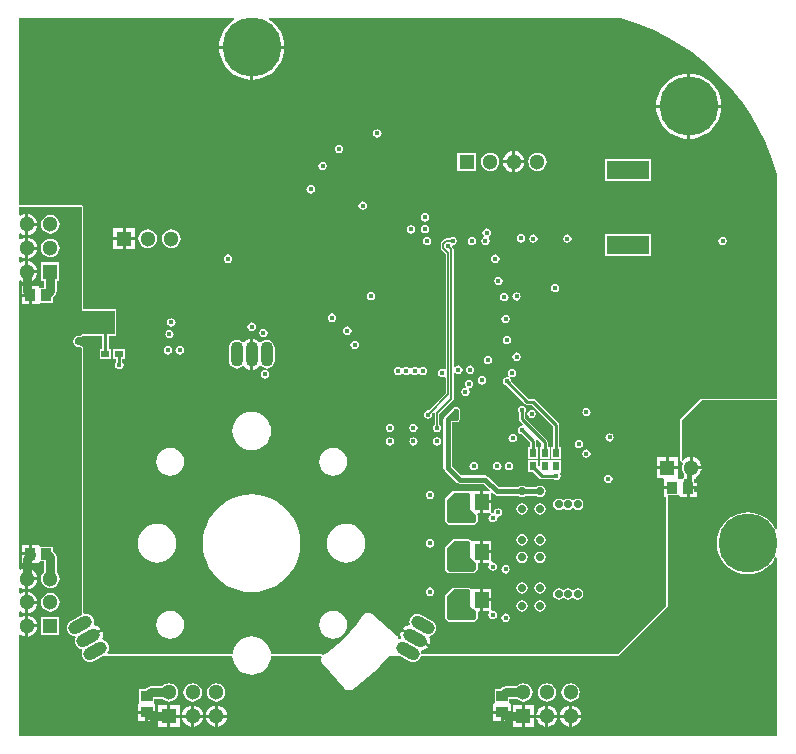
<source format=gbl>
G04*
G04 #@! TF.GenerationSoftware,Altium Limited,Altium Designer,24.4.1 (13)*
G04*
G04 Layer_Physical_Order=4*
G04 Layer_Color=16711680*
%FSLAX44Y44*%
%MOMM*%
G71*
G04*
G04 #@! TF.SameCoordinates,D346328A-3EA5-4E80-806F-D0F93F3E7631*
G04*
G04*
G04 #@! TF.FilePolarity,Positive*
G04*
G01*
G75*
%ADD15C,0.2540*%
%ADD18C,0.1270*%
%ADD26R,0.7500X0.6000*%
%ADD29R,0.6000X0.7500*%
%ADD116C,0.4500*%
G04:AMPARAMS|DCode=117|XSize=2.14mm|YSize=1.07mm|CornerRadius=0mm|HoleSize=0mm|Usage=FLASHONLY|Rotation=330.000|XOffset=0mm|YOffset=0mm|HoleType=Round|Shape=Round|*
%AMOVALD117*
21,1,1.0700,1.0700,0.0000,0.0000,330.0*
1,1,1.0700,-0.4633,0.2675*
1,1,1.0700,0.4633,-0.2675*
%
%ADD117OVALD117*%

%ADD118R,1.3000X1.3000*%
%ADD119C,1.3000*%
G04:AMPARAMS|DCode=120|XSize=2.14mm|YSize=1.07mm|CornerRadius=0mm|HoleSize=0mm|Usage=FLASHONLY|Rotation=210.000|XOffset=0mm|YOffset=0mm|HoleType=Round|Shape=Round|*
%AMOVALD120*
21,1,1.0700,1.0700,0.0000,0.0000,210.0*
1,1,1.0700,0.4633,0.2675*
1,1,1.0700,-0.4633,-0.2675*
%
%ADD120OVALD120*%

%ADD121O,1.0700X2.1400*%
%ADD122C,5.0000*%
%ADD123R,1.3000X1.3000*%
%ADD124C,0.4500*%
%ADD125C,0.7000*%
%ADD126R,0.9000X1.0000*%
%ADD127R,1.1500X1.3500*%
%ADD128R,3.6500X1.6000*%
%ADD129R,1.0000X0.9000*%
%ADD130C,0.8000*%
G36*
X317638Y443315D02*
X329263Y439246D01*
X340602Y434441D01*
X351612Y428919D01*
X362243Y422704D01*
X372456Y415821D01*
X382207Y408297D01*
X391455Y400164D01*
X400164Y391455D01*
X408297Y382207D01*
X415821Y372456D01*
X422704Y362243D01*
X428919Y351612D01*
X434441Y340602D01*
X439246Y329263D01*
X443315Y317638D01*
X444780Y312397D01*
Y123548D01*
X444780Y122375D01*
X381000Y122375D01*
X380028Y121972D01*
X380028Y121972D01*
X363028Y104972D01*
X362625Y104000D01*
X362625Y104000D01*
Y70510D01*
X362746Y70218D01*
X362767Y69902D01*
X362940Y69750D01*
X363028Y69538D01*
X363320Y69417D01*
X363558Y69208D01*
X364386Y68927D01*
X364634Y68625D01*
X364993Y67830D01*
X365045Y67531D01*
X365044Y67510D01*
X364430Y66028D01*
X364163Y64000D01*
X364430Y61972D01*
X365213Y60082D01*
X366351Y58598D01*
Y56132D01*
X365462Y55538D01*
X364684Y54373D01*
X364673Y54318D01*
X364560Y54306D01*
X363290Y54540D01*
Y54540D01*
X362136D01*
X361040Y54960D01*
X361040Y55810D01*
Y62730D01*
X342960D01*
Y54960D01*
X348114D01*
X349210Y54540D01*
X349210Y53690D01*
Y48270D01*
X356250D01*
Y45730D01*
X349210D01*
Y39460D01*
X351125D01*
X351125Y-25062D01*
X351125Y-52931D01*
X310431Y-93625D01*
X143518D01*
X143297Y-91945D01*
X143264Y-91866D01*
X144080Y-90517D01*
X145257Y-90362D01*
X147176Y-89567D01*
X148825Y-88302D01*
X149309Y-87670D01*
X137929Y-81100D01*
X126549Y-74529D01*
X126244Y-75265D01*
X125973Y-77325D01*
X126244Y-79385D01*
X126445Y-79871D01*
X125724Y-81166D01*
X124820Y-81311D01*
X124776Y-81280D01*
X124572Y-81030D01*
X124428Y-80669D01*
X124321Y-80131D01*
X124215Y-79973D01*
X124165Y-79789D01*
X123985Y-79558D01*
X123876Y-79286D01*
X123494Y-78893D01*
X123190Y-78438D01*
X123031Y-78332D01*
X122914Y-78182D01*
X101960Y-60048D01*
X101675Y-59886D01*
X101444Y-59655D01*
X100798Y-59387D01*
X100189Y-59041D01*
X99865Y-59000D01*
X99562Y-58875D01*
X98862D01*
X98168Y-58788D01*
X97853Y-58875D01*
X97525D01*
X96879Y-59143D01*
X96204Y-59328D01*
X95946Y-59529D01*
X95644Y-59655D01*
X95149Y-60149D01*
X94596Y-60579D01*
X94435Y-60863D01*
X94203Y-61095D01*
X92551Y-63567D01*
X89076Y-68350D01*
X85377Y-72919D01*
X81444Y-77287D01*
X77287Y-81443D01*
X72919Y-85377D01*
X68351Y-89076D01*
X63567Y-92551D01*
X61217Y-94121D01*
X60897Y-94194D01*
X59930Y-94149D01*
X59611Y-94028D01*
X59142Y-93834D01*
X58680Y-93626D01*
X58659Y-93634D01*
X58639Y-93625D01*
X16349D01*
X16205Y-93539D01*
X16035Y-91811D01*
X15104Y-88744D01*
X13593Y-85917D01*
X11560Y-83440D01*
X9083Y-81407D01*
X6256Y-79896D01*
X3189Y-78966D01*
X0Y-78651D01*
X-3189Y-78966D01*
X-6256Y-79896D01*
X-9083Y-81407D01*
X-11560Y-83440D01*
X-13593Y-85917D01*
X-15104Y-88744D01*
X-16035Y-91811D01*
X-16205Y-93539D01*
X-16349Y-93625D01*
X-121704D01*
X-122330Y-92355D01*
X-121798Y-91662D01*
X-121131Y-90052D01*
X-120904Y-88323D01*
X-121131Y-86595D01*
X-121798Y-84985D01*
X-122859Y-83602D01*
X-124242Y-82541D01*
X-125853Y-81874D01*
X-125938Y-81863D01*
X-126698Y-80482D01*
X-126244Y-79385D01*
X-125973Y-77325D01*
X-126244Y-75265D01*
X-126549Y-74529D01*
X-137929Y-81100D01*
X-139199Y-78900D01*
X-127819Y-72330D01*
X-128304Y-71698D01*
X-129952Y-70433D01*
X-131871Y-69638D01*
X-133048Y-69483D01*
X-133864Y-68134D01*
X-133831Y-68055D01*
X-133604Y-66326D01*
X-133831Y-64598D01*
X-134498Y-62988D01*
X-135559Y-61605D01*
X-136942Y-60544D01*
X-138553Y-59877D01*
X-140281Y-59649D01*
X-141355Y-59791D01*
X-142625Y-58878D01*
Y165240D01*
X-142653Y165306D01*
X-142632Y165374D01*
X-142851Y165783D01*
X-143028Y166211D01*
X-143094Y166239D01*
X-143128Y166302D01*
X-144398Y167344D01*
X-144466Y167365D01*
X-144506Y167425D01*
X-144961Y167515D01*
X-145405Y167650D01*
X-145468Y167616D01*
X-145538Y167630D01*
X-146000Y167538D01*
X-147325Y167802D01*
X-148448Y168552D01*
X-149198Y169675D01*
X-149462Y171000D01*
X-149198Y172325D01*
X-148448Y173448D01*
X-147325Y174198D01*
X-146000Y174462D01*
X-145538Y174370D01*
X-145468Y174384D01*
X-145405Y174350D01*
X-144961Y174485D01*
X-144506Y174575D01*
X-144466Y174635D01*
X-144398Y174656D01*
X-143216Y175625D01*
X-132950D01*
X-132820Y175679D01*
X-132682Y175652D01*
X-132000Y175787D01*
X-131318Y175652D01*
X-131180Y175679D01*
X-131050Y175625D01*
X-126340D01*
Y164270D01*
X-128770D01*
Y155730D01*
X-118730D01*
Y164270D01*
X-121160D01*
Y175625D01*
X-116000D01*
X-115028Y176028D01*
X-114625Y177000D01*
Y197000D01*
X-115028Y197972D01*
X-116000Y198375D01*
X-142625D01*
Y285000D01*
X-143028Y285972D01*
X-144000Y286375D01*
X-196780D01*
X-196780Y287548D01*
X-196780Y444780D01*
X-14701D01*
X-14343Y443510D01*
X-16238Y442349D01*
X-19534Y439534D01*
X-22349Y436237D01*
X-24614Y432541D01*
X-26273Y428536D01*
X-27285Y424321D01*
X-27525Y421270D01*
X27525D01*
X27285Y424321D01*
X26273Y428536D01*
X24614Y432541D01*
X22349Y436237D01*
X19534Y439534D01*
X16238Y442349D01*
X14343Y443510D01*
X14701Y444780D01*
X312397D01*
X317638Y443315D01*
D02*
G37*
G36*
X-144000Y197000D02*
X-116000D01*
Y177000D01*
X-131050D01*
X-132000Y177189D01*
X-132950Y177000D01*
X-144000D01*
Y176761D01*
X-145270Y175718D01*
X-146000Y175863D01*
X-147861Y175493D01*
X-149439Y174439D01*
X-150493Y172861D01*
X-150863Y171000D01*
X-150493Y169139D01*
X-149439Y167561D01*
X-147861Y166507D01*
X-146000Y166136D01*
X-145270Y166282D01*
X-144000Y165240D01*
Y-60764D01*
X-152886Y-65894D01*
X-154269Y-66955D01*
X-155330Y-68338D01*
X-155997Y-69948D01*
X-156224Y-71677D01*
X-155997Y-73405D01*
X-155330Y-75015D01*
X-154269Y-76398D01*
X-152886Y-77459D01*
X-151276Y-78126D01*
X-149801Y-78320D01*
X-149341Y-78890D01*
X-149078Y-79573D01*
X-149647Y-80947D01*
X-149874Y-82675D01*
X-149647Y-84403D01*
X-148980Y-86014D01*
X-147919Y-87396D01*
X-146536Y-88458D01*
X-144925Y-89125D01*
X-144000Y-89247D01*
Y-95000D01*
X-143350D01*
X-143297Y-95402D01*
X-142630Y-97012D01*
X-141569Y-98395D01*
X-140186Y-99456D01*
X-138575Y-100123D01*
X-136847Y-100351D01*
X-135119Y-100123D01*
X-133509Y-99456D01*
X-125791Y-95000D01*
X-16349D01*
X-16349Y-95000D01*
X-16035Y-98189D01*
X-15104Y-101256D01*
X-13593Y-104083D01*
X-11560Y-106560D01*
X-9083Y-108594D01*
X-6256Y-110104D01*
X-3189Y-111035D01*
X0Y-111349D01*
X3189Y-111035D01*
X6256Y-110104D01*
X9083Y-108594D01*
X11560Y-106560D01*
X13593Y-104083D01*
X15104Y-101256D01*
X16035Y-98189D01*
X16349Y-95000D01*
X16349Y-95000D01*
X58639D01*
X58966Y-95348D01*
X59322Y-96190D01*
X59310Y-96270D01*
X59143Y-96879D01*
X58875Y-97525D01*
Y-97853D01*
X58788Y-98168D01*
X58875Y-98862D01*
Y-99562D01*
X59000Y-99865D01*
X59041Y-100189D01*
X59387Y-100798D01*
X59654Y-101444D01*
X59886Y-101675D01*
X60048Y-101960D01*
X78182Y-122914D01*
X78760Y-123365D01*
X79286Y-123876D01*
X79558Y-123985D01*
X79789Y-124165D01*
X80496Y-124359D01*
X81178Y-124631D01*
X81471Y-124627D01*
X81753Y-124705D01*
X82481Y-124614D01*
X83214Y-124605D01*
X83483Y-124489D01*
X83774Y-124452D01*
X84412Y-124090D01*
X85086Y-123800D01*
X87824Y-121919D01*
X87908Y-121832D01*
X88018Y-121779D01*
X93315Y-117769D01*
X93396Y-117678D01*
X93503Y-117620D01*
X98611Y-113371D01*
X98687Y-113277D01*
X98791Y-113214D01*
X103700Y-108736D01*
X103772Y-108638D01*
X103873Y-108571D01*
X108571Y-103873D01*
X108638Y-103772D01*
X108736Y-103700D01*
X113214Y-98791D01*
X113277Y-98687D01*
X113371Y-98611D01*
X116375Y-95000D01*
X125791D01*
X133509Y-99456D01*
X135119Y-100123D01*
X136847Y-100351D01*
X138575Y-100123D01*
X140186Y-99456D01*
X141569Y-98395D01*
X142630Y-97012D01*
X143297Y-95402D01*
X143350Y-95000D01*
X311000D01*
X352500Y-53500D01*
X352500Y-25062D01*
X352500Y40730D01*
X362020D01*
X362710Y39746D01*
Y39460D01*
X368480D01*
Y47000D01*
X369750D01*
Y48270D01*
X376790D01*
Y54540D01*
X376103D01*
X375850Y55810D01*
X376559Y56104D01*
X378447Y57553D01*
X379896Y59441D01*
X380807Y61640D01*
X380951Y62730D01*
X372000D01*
Y64000D01*
X370730D01*
Y72951D01*
X369640Y72807D01*
X367441Y71896D01*
X365553Y70447D01*
X365270Y70079D01*
X364000Y70510D01*
Y104000D01*
X381000Y121000D01*
X444780Y121000D01*
X444780Y12077D01*
X443534Y11829D01*
X443479Y11963D01*
X441318Y15489D01*
X438633Y18633D01*
X435489Y21319D01*
X431963Y23479D01*
X428143Y25062D01*
X424122Y26027D01*
X420000Y26351D01*
X415877Y26027D01*
X411857Y25062D01*
X408036Y23479D01*
X404511Y21319D01*
X401367Y18633D01*
X398681Y15489D01*
X396521Y11963D01*
X394938Y8143D01*
X393973Y4122D01*
X393648Y0D01*
X393973Y-4122D01*
X394938Y-8143D01*
X396521Y-11963D01*
X398681Y-15489D01*
X401367Y-18633D01*
X404511Y-21319D01*
X408036Y-23479D01*
X411857Y-25062D01*
X415877Y-26027D01*
X420000Y-26351D01*
X424122Y-26027D01*
X428143Y-25062D01*
X431963Y-23479D01*
X435489Y-21319D01*
X438633Y-18633D01*
X441318Y-15489D01*
X443479Y-11963D01*
X443534Y-11829D01*
X444780Y-12077D01*
Y-163180D01*
X-196780D01*
Y-78012D01*
X-195641Y-77450D01*
X-195059Y-77896D01*
X-192860Y-78807D01*
X-191770Y-78951D01*
Y-70000D01*
Y-61049D01*
X-192860Y-61193D01*
X-195059Y-62104D01*
X-195641Y-62550D01*
X-196780Y-61988D01*
Y-58012D01*
X-195641Y-57450D01*
X-195059Y-57896D01*
X-192860Y-58807D01*
X-191770Y-58951D01*
Y-50000D01*
Y-41049D01*
X-192860Y-41193D01*
X-195059Y-42104D01*
X-195641Y-42550D01*
X-196780Y-41988D01*
Y-38012D01*
X-195641Y-37450D01*
X-195059Y-37896D01*
X-192860Y-38807D01*
X-191770Y-38951D01*
Y-30000D01*
Y-21049D01*
X-192860Y-21193D01*
X-195059Y-22104D01*
X-195641Y-22550D01*
X-196780Y-21988D01*
X-196780Y221988D01*
X-195641Y222550D01*
X-195059Y222104D01*
X-192860Y221193D01*
X-191770Y221049D01*
Y230000D01*
Y238951D01*
X-192860Y238807D01*
X-195059Y237896D01*
X-195641Y237450D01*
X-196780Y238012D01*
Y241988D01*
X-195641Y242550D01*
X-195059Y242104D01*
X-192860Y241193D01*
X-191770Y241049D01*
Y250000D01*
Y258951D01*
X-192860Y258807D01*
X-195059Y257896D01*
X-195641Y257450D01*
X-196780Y258012D01*
Y261988D01*
X-195641Y262550D01*
X-195059Y262104D01*
X-192860Y261193D01*
X-191770Y261049D01*
Y270000D01*
Y278951D01*
X-192860Y278807D01*
X-195059Y277896D01*
X-195641Y277450D01*
X-196780Y278012D01*
Y285000D01*
X-144000D01*
Y197000D01*
D02*
G37*
%LPC*%
G36*
X27525Y418730D02*
X1270D01*
Y392474D01*
X4322Y392715D01*
X8537Y393727D01*
X12542Y395386D01*
X16238Y397650D01*
X19534Y400466D01*
X22349Y403762D01*
X24614Y407458D01*
X26273Y411463D01*
X27285Y415678D01*
X27525Y418730D01*
D02*
G37*
G36*
X-1270D02*
X-27525D01*
X-27285Y415678D01*
X-26273Y411463D01*
X-24614Y407458D01*
X-22349Y403762D01*
X-19534Y400466D01*
X-16238Y397650D01*
X-12542Y395386D01*
X-8537Y393727D01*
X-4322Y392715D01*
X-1270Y392474D01*
Y418730D01*
D02*
G37*
G36*
X371270Y397525D02*
Y371270D01*
X397525D01*
X397285Y374321D01*
X396273Y378536D01*
X394614Y382541D01*
X392349Y386237D01*
X389534Y389534D01*
X386237Y392349D01*
X382541Y394614D01*
X378536Y396273D01*
X374321Y397285D01*
X371270Y397525D01*
D02*
G37*
G36*
X368730D02*
X365678Y397285D01*
X361463Y396273D01*
X357458Y394614D01*
X353762Y392349D01*
X350466Y389534D01*
X347650Y386237D01*
X345386Y382541D01*
X343727Y378536D01*
X342715Y374321D01*
X342475Y371270D01*
X368730D01*
Y397525D01*
D02*
G37*
G36*
X106400Y350589D02*
X105027Y350316D01*
X103862Y349538D01*
X103084Y348373D01*
X102811Y347000D01*
X103084Y345627D01*
X103862Y344462D01*
X105027Y343684D01*
X106400Y343411D01*
X107773Y343684D01*
X108938Y344462D01*
X109716Y345627D01*
X109989Y347000D01*
X109716Y348373D01*
X108938Y349538D01*
X107773Y350316D01*
X106400Y350589D01*
D02*
G37*
G36*
X397525Y368730D02*
X371270D01*
Y342475D01*
X374321Y342715D01*
X378536Y343727D01*
X382541Y345386D01*
X386237Y347650D01*
X389534Y350466D01*
X392349Y353762D01*
X394614Y357458D01*
X396273Y361463D01*
X397285Y365678D01*
X397525Y368730D01*
D02*
G37*
G36*
X368730D02*
X342475D01*
X342715Y365678D01*
X343727Y361463D01*
X345386Y357458D01*
X347650Y353762D01*
X350466Y350466D01*
X353762Y347650D01*
X357458Y345386D01*
X361463Y343727D01*
X365678Y342715D01*
X368730Y342475D01*
Y368730D01*
D02*
G37*
G36*
X74000Y337589D02*
X72627Y337316D01*
X71462Y336538D01*
X70684Y335373D01*
X70411Y334000D01*
X70684Y332627D01*
X71462Y331462D01*
X72627Y330684D01*
X74000Y330411D01*
X75373Y330684D01*
X76538Y331462D01*
X77316Y332627D01*
X77589Y334000D01*
X77316Y335373D01*
X76538Y336538D01*
X75373Y337316D01*
X74000Y337589D01*
D02*
G37*
G36*
X223270Y331951D02*
Y324270D01*
X230951D01*
X230807Y325360D01*
X229896Y327559D01*
X228447Y329447D01*
X226559Y330896D01*
X224360Y331807D01*
X223270Y331951D01*
D02*
G37*
G36*
X220730D02*
X219640Y331807D01*
X217441Y330896D01*
X215553Y329447D01*
X214104Y327559D01*
X213193Y325360D01*
X213049Y324270D01*
X220730D01*
Y331951D01*
D02*
G37*
G36*
X60000Y322989D02*
X58627Y322716D01*
X57462Y321938D01*
X56684Y320774D01*
X56411Y319400D01*
X56684Y318027D01*
X57462Y316862D01*
X58627Y316084D01*
X60000Y315811D01*
X61373Y316084D01*
X62538Y316862D01*
X63316Y318027D01*
X63589Y319400D01*
X63316Y320774D01*
X62538Y321938D01*
X61373Y322716D01*
X60000Y322989D01*
D02*
G37*
G36*
X189770Y330770D02*
X174230D01*
Y315230D01*
X189770D01*
Y330770D01*
D02*
G37*
G36*
X242000Y330837D02*
X239972Y330570D01*
X238081Y329787D01*
X236458Y328542D01*
X235213Y326918D01*
X234430Y325028D01*
X234163Y323000D01*
X234430Y320972D01*
X235213Y319081D01*
X236458Y317458D01*
X238081Y316213D01*
X239972Y315430D01*
X242000Y315163D01*
X244028Y315430D01*
X245919Y316213D01*
X247542Y317458D01*
X248787Y319081D01*
X249570Y320972D01*
X249837Y323000D01*
X249570Y325028D01*
X248787Y326918D01*
X247542Y328542D01*
X245919Y329787D01*
X244028Y330570D01*
X242000Y330837D01*
D02*
G37*
G36*
X202000D02*
X199972Y330570D01*
X198081Y329787D01*
X196458Y328542D01*
X195213Y326918D01*
X194430Y325028D01*
X194163Y323000D01*
X194430Y320972D01*
X195213Y319081D01*
X196458Y317458D01*
X198081Y316213D01*
X199972Y315430D01*
X202000Y315163D01*
X204028Y315430D01*
X205919Y316213D01*
X207542Y317458D01*
X208787Y319081D01*
X209570Y320972D01*
X209837Y323000D01*
X209570Y325028D01*
X208787Y326918D01*
X207542Y328542D01*
X205919Y329787D01*
X204028Y330570D01*
X202000Y330837D01*
D02*
G37*
G36*
X230951Y321730D02*
X223270D01*
Y314049D01*
X224360Y314193D01*
X226559Y315104D01*
X228447Y316553D01*
X229896Y318441D01*
X230807Y320640D01*
X230951Y321730D01*
D02*
G37*
G36*
X220730D02*
X213049D01*
X213193Y320640D01*
X214104Y318441D01*
X215553Y316553D01*
X217441Y315104D01*
X219640Y314193D01*
X220730Y314049D01*
Y321730D01*
D02*
G37*
G36*
X338520Y325020D02*
X299480D01*
Y306480D01*
X338520D01*
Y325020D01*
D02*
G37*
G36*
X50000Y303339D02*
X48627Y303066D01*
X47462Y302288D01*
X46684Y301123D01*
X46411Y299750D01*
X46684Y298377D01*
X47462Y297212D01*
X48627Y296434D01*
X50000Y296161D01*
X51373Y296434D01*
X52538Y297212D01*
X53316Y298377D01*
X53589Y299750D01*
X53316Y301123D01*
X52538Y302288D01*
X51373Y303066D01*
X50000Y303339D01*
D02*
G37*
G36*
X94000Y289589D02*
X92627Y289316D01*
X91462Y288538D01*
X90684Y287373D01*
X90411Y286000D01*
X90684Y284627D01*
X91462Y283462D01*
X92627Y282684D01*
X94000Y282411D01*
X95373Y282684D01*
X96538Y283462D01*
X97316Y284627D01*
X97589Y286000D01*
X97316Y287373D01*
X96538Y288538D01*
X95373Y289316D01*
X94000Y289589D01*
D02*
G37*
G36*
X146750Y279589D02*
X145377Y279316D01*
X144212Y278538D01*
X143434Y277373D01*
X143161Y276000D01*
X143434Y274627D01*
X144212Y273462D01*
X145377Y272684D01*
X146750Y272411D01*
X148123Y272684D01*
X149288Y273462D01*
X150066Y274627D01*
X150339Y276000D01*
X150066Y277373D01*
X149288Y278538D01*
X148123Y279316D01*
X146750Y279589D01*
D02*
G37*
G36*
Y269589D02*
X145377Y269316D01*
X144212Y268538D01*
X143434Y267373D01*
X143161Y266000D01*
X143434Y264627D01*
X144212Y263462D01*
X145377Y262684D01*
X146750Y262411D01*
X148123Y262684D01*
X149288Y263462D01*
X150066Y264627D01*
X150339Y266000D01*
X150066Y267373D01*
X149288Y268538D01*
X148123Y269316D01*
X146750Y269589D01*
D02*
G37*
G36*
X135000Y269339D02*
X133627Y269066D01*
X132462Y268288D01*
X131684Y267123D01*
X131411Y265750D01*
X131684Y264377D01*
X132462Y263212D01*
X133627Y262434D01*
X135000Y262161D01*
X136373Y262434D01*
X137538Y263212D01*
X138316Y264377D01*
X138589Y265750D01*
X138316Y267123D01*
X137538Y268288D01*
X136373Y269066D01*
X135000Y269339D01*
D02*
G37*
G36*
X-98960Y267040D02*
X-106730D01*
Y259270D01*
X-98960D01*
Y267040D01*
D02*
G37*
G36*
X-109270D02*
X-117040D01*
Y259270D01*
X-109270D01*
Y267040D01*
D02*
G37*
G36*
X170080Y259669D02*
X168706Y259396D01*
X167542Y258618D01*
X167194Y258097D01*
X164279D01*
X164279Y258097D01*
X163536Y257949D01*
X162906Y257528D01*
X160472Y255095D01*
X160051Y254464D01*
X159903Y253721D01*
Y250279D01*
X160051Y249536D01*
X160472Y248906D01*
X164518Y244860D01*
Y147678D01*
X163248Y146999D01*
X162773Y147316D01*
X161400Y147589D01*
X160027Y147316D01*
X158862Y146538D01*
X158084Y145373D01*
X157811Y144000D01*
X158084Y142627D01*
X158862Y141462D01*
X160027Y140684D01*
X161400Y140411D01*
X162773Y140684D01*
X163248Y141001D01*
X164518Y140322D01*
Y127015D01*
X149952Y112449D01*
X149250Y112589D01*
X147877Y112316D01*
X146712Y111538D01*
X145934Y110373D01*
X145661Y109000D01*
X145934Y107627D01*
X146712Y106462D01*
X147877Y105684D01*
X149250Y105411D01*
X150623Y105684D01*
X151788Y106462D01*
X152566Y107627D01*
X152839Y109000D01*
X152699Y109702D01*
X153953Y110956D01*
X155124Y110330D01*
X155058Y110000D01*
Y100686D01*
X154462Y100288D01*
X153684Y99123D01*
X153411Y97750D01*
X153684Y96377D01*
X154462Y95212D01*
X155627Y94434D01*
X157000Y94161D01*
X158373Y94434D01*
X159538Y95212D01*
X160316Y96377D01*
X160589Y97750D01*
X160316Y99123D01*
X159538Y100288D01*
X158942Y100686D01*
Y109195D01*
X170373Y120627D01*
X170795Y121257D01*
X170942Y122000D01*
Y144451D01*
X172212Y144836D01*
X172462Y144462D01*
X173627Y143684D01*
X175000Y143411D01*
X176373Y143684D01*
X177538Y144462D01*
X178316Y145627D01*
X178589Y147000D01*
X178316Y148373D01*
X177538Y149538D01*
X176373Y150316D01*
X175000Y150589D01*
X173627Y150316D01*
X172462Y149538D01*
X172212Y149164D01*
X170942Y149549D01*
Y249000D01*
X170942Y249000D01*
X170795Y249743D01*
X170373Y250373D01*
X169769Y250978D01*
X170126Y252287D01*
X170759Y252626D01*
X171453Y252764D01*
X172618Y253542D01*
X173396Y254707D01*
X173669Y256080D01*
X173396Y257453D01*
X172618Y258618D01*
X171453Y259396D01*
X170080Y259669D01*
D02*
G37*
G36*
X228000Y261839D02*
X226627Y261566D01*
X225462Y260788D01*
X224684Y259623D01*
X224411Y258250D01*
X224684Y256877D01*
X225462Y255712D01*
X226627Y254934D01*
X228000Y254661D01*
X229373Y254934D01*
X230538Y255712D01*
X231316Y256877D01*
X231589Y258250D01*
X231316Y259623D01*
X230538Y260788D01*
X229373Y261566D01*
X228000Y261839D01*
D02*
G37*
G36*
X267400Y261589D02*
X266027Y261316D01*
X264862Y260538D01*
X264084Y259373D01*
X263811Y258000D01*
X264084Y256627D01*
X264862Y255462D01*
X266027Y254684D01*
X267400Y254411D01*
X268773Y254684D01*
X269938Y255462D01*
X270716Y256627D01*
X270989Y258000D01*
X270716Y259373D01*
X269938Y260538D01*
X268773Y261316D01*
X267400Y261589D01*
D02*
G37*
G36*
X238600D02*
X237227Y261316D01*
X236062Y260538D01*
X235284Y259373D01*
X235011Y258000D01*
X235284Y256627D01*
X236062Y255462D01*
X237227Y254684D01*
X238600Y254411D01*
X239973Y254684D01*
X241138Y255462D01*
X241916Y256627D01*
X242189Y258000D01*
X241916Y259373D01*
X241138Y260538D01*
X239973Y261316D01*
X238600Y261589D01*
D02*
G37*
G36*
X199000Y266589D02*
X197627Y266316D01*
X196462Y265538D01*
X195684Y264373D01*
X195411Y263000D01*
X195684Y261627D01*
X196394Y260564D01*
X196441Y260314D01*
X196259Y259070D01*
X195462Y258538D01*
X194684Y257373D01*
X194411Y256000D01*
X194684Y254627D01*
X195462Y253462D01*
X196627Y252684D01*
X198000Y252411D01*
X199373Y252684D01*
X200538Y253462D01*
X201316Y254627D01*
X201589Y256000D01*
X201316Y257373D01*
X200606Y258436D01*
X200559Y258686D01*
X200741Y259930D01*
X201538Y260462D01*
X202316Y261627D01*
X202589Y263000D01*
X202316Y264373D01*
X201538Y265538D01*
X200373Y266316D01*
X199000Y266589D01*
D02*
G37*
G36*
X186400Y259589D02*
X185027Y259316D01*
X183862Y258538D01*
X183084Y257373D01*
X182811Y256000D01*
X183084Y254627D01*
X183862Y253462D01*
X185027Y252684D01*
X186400Y252411D01*
X187773Y252684D01*
X188938Y253462D01*
X189716Y254627D01*
X189989Y256000D01*
X189716Y257373D01*
X188938Y258538D01*
X187773Y259316D01*
X186400Y259589D01*
D02*
G37*
G36*
X148600D02*
X147227Y259316D01*
X146062Y258538D01*
X145284Y257373D01*
X145011Y256000D01*
X145284Y254627D01*
X146062Y253462D01*
X147227Y252684D01*
X148600Y252411D01*
X149973Y252684D01*
X151138Y253462D01*
X151916Y254627D01*
X152189Y256000D01*
X151916Y257373D01*
X151138Y258538D01*
X149973Y259316D01*
X148600Y259589D01*
D02*
G37*
G36*
X398680Y259589D02*
X397307Y259316D01*
X396142Y258538D01*
X395364Y257373D01*
X395091Y256000D01*
X395364Y254627D01*
X396142Y253462D01*
X397307Y252684D01*
X398680Y252411D01*
X400053Y252684D01*
X401218Y253462D01*
X401996Y254627D01*
X402269Y256000D01*
X401996Y257373D01*
X401218Y258538D01*
X400053Y259316D01*
X398680Y259589D01*
D02*
G37*
G36*
X-68000Y265837D02*
X-70028Y265570D01*
X-71919Y264787D01*
X-73542Y263542D01*
X-74787Y261919D01*
X-75570Y260028D01*
X-75837Y258000D01*
X-75570Y255972D01*
X-74787Y254081D01*
X-73542Y252458D01*
X-71919Y251213D01*
X-70028Y250430D01*
X-68000Y250163D01*
X-65972Y250430D01*
X-64082Y251213D01*
X-62458Y252458D01*
X-61213Y254081D01*
X-60430Y255972D01*
X-60163Y258000D01*
X-60430Y260028D01*
X-61213Y261919D01*
X-62458Y263542D01*
X-64082Y264787D01*
X-65972Y265570D01*
X-68000Y265837D01*
D02*
G37*
G36*
X-88000D02*
X-90028Y265570D01*
X-91918Y264787D01*
X-93542Y263542D01*
X-94787Y261919D01*
X-95570Y260028D01*
X-95837Y258000D01*
X-95570Y255972D01*
X-94787Y254081D01*
X-93542Y252458D01*
X-91918Y251213D01*
X-90028Y250430D01*
X-88000Y250163D01*
X-85972Y250430D01*
X-84081Y251213D01*
X-82458Y252458D01*
X-81213Y254081D01*
X-80430Y255972D01*
X-80163Y258000D01*
X-80430Y260028D01*
X-81213Y261919D01*
X-82458Y263542D01*
X-84081Y264787D01*
X-85972Y265570D01*
X-88000Y265837D01*
D02*
G37*
G36*
X-98960Y256730D02*
X-106730D01*
Y248960D01*
X-98960D01*
Y256730D01*
D02*
G37*
G36*
X-109270D02*
X-117040D01*
Y248960D01*
X-109270D01*
Y256730D01*
D02*
G37*
G36*
X338520Y261520D02*
X299480D01*
Y242980D01*
X338520D01*
Y261520D01*
D02*
G37*
G36*
X206310Y244589D02*
X204937Y244316D01*
X203772Y243538D01*
X202994Y242373D01*
X202721Y241000D01*
X202994Y239627D01*
X203772Y238462D01*
X204937Y237684D01*
X206310Y237411D01*
X207684Y237684D01*
X208848Y238462D01*
X209626Y239627D01*
X209899Y241000D01*
X209626Y242373D01*
X208848Y243538D01*
X207684Y244316D01*
X206310Y244589D01*
D02*
G37*
G36*
X-20000D02*
X-21373Y244316D01*
X-22538Y243538D01*
X-23316Y242373D01*
X-23589Y241000D01*
X-23316Y239627D01*
X-22538Y238462D01*
X-21373Y237684D01*
X-20000Y237411D01*
X-18627Y237684D01*
X-17462Y238462D01*
X-16684Y239627D01*
X-16411Y241000D01*
X-16684Y242373D01*
X-17462Y243538D01*
X-18627Y244316D01*
X-20000Y244589D01*
D02*
G37*
G36*
X209000Y225589D02*
X207627Y225316D01*
X206462Y224538D01*
X205684Y223373D01*
X205411Y222000D01*
X205684Y220627D01*
X206462Y219462D01*
X207627Y218684D01*
X209000Y218411D01*
X210373Y218684D01*
X211538Y219462D01*
X212316Y220627D01*
X212589Y222000D01*
X212316Y223373D01*
X211538Y224538D01*
X210373Y225316D01*
X209000Y225589D01*
D02*
G37*
G36*
X257000Y219589D02*
X255627Y219316D01*
X254462Y218538D01*
X253684Y217373D01*
X253411Y216000D01*
X253684Y214627D01*
X254462Y213462D01*
X255627Y212684D01*
X257000Y212411D01*
X258373Y212684D01*
X259538Y213462D01*
X260316Y214627D01*
X260589Y216000D01*
X260316Y217373D01*
X259538Y218538D01*
X258373Y219316D01*
X257000Y219589D01*
D02*
G37*
G36*
X101000Y212989D02*
X99627Y212716D01*
X98462Y211938D01*
X97684Y210773D01*
X97411Y209400D01*
X97684Y208027D01*
X98462Y206862D01*
X99627Y206084D01*
X101000Y205811D01*
X102373Y206084D01*
X103538Y206862D01*
X104316Y208027D01*
X104589Y209400D01*
X104316Y210773D01*
X103538Y211938D01*
X102373Y212716D01*
X101000Y212989D01*
D02*
G37*
G36*
X224250Y212589D02*
X222877Y212316D01*
X221712Y211538D01*
X220934Y210373D01*
X220661Y209000D01*
X220934Y207627D01*
X221712Y206462D01*
X222877Y205684D01*
X224250Y205411D01*
X225623Y205684D01*
X226788Y206462D01*
X227566Y207627D01*
X227839Y209000D01*
X227566Y210373D01*
X226788Y211538D01*
X225623Y212316D01*
X224250Y212589D01*
D02*
G37*
G36*
X214000Y211989D02*
X212627Y211716D01*
X211462Y210938D01*
X210684Y209773D01*
X210411Y208400D01*
X210684Y207027D01*
X211462Y205862D01*
X212627Y205084D01*
X214000Y204811D01*
X215373Y205084D01*
X216538Y205862D01*
X217316Y207027D01*
X217589Y208400D01*
X217316Y209773D01*
X216538Y210938D01*
X215373Y211716D01*
X214000Y211989D01*
D02*
G37*
G36*
X68000Y194589D02*
X66627Y194316D01*
X65462Y193538D01*
X64684Y192373D01*
X64411Y191000D01*
X64684Y189627D01*
X65462Y188462D01*
X66627Y187684D01*
X68000Y187411D01*
X69373Y187684D01*
X70538Y188462D01*
X71316Y189627D01*
X71589Y191000D01*
X71316Y192373D01*
X70538Y193538D01*
X69373Y194316D01*
X68000Y194589D01*
D02*
G37*
G36*
X215000Y193589D02*
X213627Y193316D01*
X212462Y192538D01*
X211684Y191373D01*
X211411Y190000D01*
X211684Y188627D01*
X212462Y187462D01*
X213627Y186684D01*
X215000Y186411D01*
X216373Y186684D01*
X217538Y187462D01*
X218316Y188627D01*
X218589Y190000D01*
X218316Y191373D01*
X217538Y192538D01*
X216373Y193316D01*
X215000Y193589D01*
D02*
G37*
G36*
X-68000Y190589D02*
X-69373Y190316D01*
X-70538Y189538D01*
X-71316Y188373D01*
X-71589Y187000D01*
X-71316Y185627D01*
X-70538Y184462D01*
X-69373Y183684D01*
X-68000Y183411D01*
X-66627Y183684D01*
X-65462Y184462D01*
X-64684Y185627D01*
X-64411Y187000D01*
X-64684Y188373D01*
X-65462Y189538D01*
X-66627Y190316D01*
X-68000Y190589D01*
D02*
G37*
G36*
X0Y186964D02*
X-1373Y186691D01*
X-2538Y185913D01*
X-3316Y184748D01*
X-3589Y183375D01*
X-3316Y182002D01*
X-2538Y180837D01*
X-1373Y180059D01*
X0Y179786D01*
X1373Y180059D01*
X2538Y180837D01*
X3316Y182002D01*
X3589Y183375D01*
X3316Y184748D01*
X2538Y185913D01*
X1373Y186691D01*
X0Y186964D01*
D02*
G37*
G36*
X81000Y183589D02*
X79627Y183316D01*
X78462Y182538D01*
X77684Y181373D01*
X77411Y180000D01*
X77684Y178627D01*
X78462Y177462D01*
X79627Y176684D01*
X81000Y176411D01*
X82373Y176684D01*
X83538Y177462D01*
X84316Y178627D01*
X84589Y180000D01*
X84316Y181373D01*
X83538Y182538D01*
X82373Y183316D01*
X81000Y183589D01*
D02*
G37*
G36*
X10000Y181589D02*
X8627Y181316D01*
X7462Y180538D01*
X6684Y179373D01*
X6411Y178000D01*
X6684Y176627D01*
X7462Y175462D01*
X8627Y174684D01*
X10000Y174411D01*
X11373Y174684D01*
X12538Y175462D01*
X13316Y176627D01*
X13589Y178000D01*
X13316Y179373D01*
X12538Y180538D01*
X11373Y181316D01*
X10000Y181589D01*
D02*
G37*
G36*
X-69600Y180589D02*
X-70973Y180316D01*
X-72138Y179538D01*
X-72916Y178373D01*
X-73189Y177000D01*
X-72916Y175627D01*
X-72138Y174462D01*
X-70973Y173684D01*
X-69600Y173411D01*
X-68227Y173684D01*
X-67062Y174462D01*
X-66284Y175627D01*
X-66011Y177000D01*
X-66284Y178373D01*
X-67062Y179538D01*
X-68227Y180316D01*
X-69600Y180589D01*
D02*
G37*
G36*
X-1270Y173141D02*
X-2060Y173037D01*
X-3979Y172242D01*
X-5627Y170977D01*
X-6350Y170035D01*
X-7926Y170003D01*
X-7979Y170072D01*
X-9361Y171133D01*
X-10972Y171800D01*
X-12700Y172027D01*
X-14428Y171800D01*
X-16039Y171133D01*
X-17421Y170072D01*
X-18483Y168689D01*
X-19150Y167078D01*
X-19377Y165350D01*
Y154650D01*
X-19150Y152922D01*
X-18483Y151312D01*
X-17421Y149929D01*
X-16039Y148867D01*
X-14428Y148200D01*
X-12700Y147973D01*
X-10972Y148200D01*
X-9361Y148867D01*
X-7979Y149929D01*
X-7926Y149997D01*
X-6350Y149965D01*
X-5627Y149023D01*
X-3979Y147758D01*
X-2060Y146963D01*
X-1270Y146859D01*
Y160000D01*
Y173141D01*
D02*
G37*
G36*
X216000Y175589D02*
X214627Y175316D01*
X213462Y174538D01*
X212684Y173373D01*
X212411Y172000D01*
X212684Y170627D01*
X213462Y169462D01*
X214627Y168684D01*
X216000Y168411D01*
X217373Y168684D01*
X218538Y169462D01*
X219316Y170627D01*
X219589Y172000D01*
X219316Y173373D01*
X218538Y174538D01*
X217373Y175316D01*
X216000Y175589D01*
D02*
G37*
G36*
X87250Y171589D02*
X85877Y171316D01*
X84712Y170538D01*
X83934Y169373D01*
X83661Y168000D01*
X83934Y166627D01*
X84712Y165462D01*
X85877Y164684D01*
X87250Y164411D01*
X88623Y164684D01*
X89788Y165462D01*
X90566Y166627D01*
X90839Y168000D01*
X90566Y169373D01*
X89788Y170538D01*
X88623Y171316D01*
X87250Y171589D01*
D02*
G37*
G36*
X-61000Y166989D02*
X-62373Y166716D01*
X-63538Y165938D01*
X-64316Y164773D01*
X-64589Y163400D01*
X-64316Y162027D01*
X-63538Y160862D01*
X-62373Y160084D01*
X-61000Y159811D01*
X-59627Y160084D01*
X-58462Y160862D01*
X-57684Y162027D01*
X-57411Y163400D01*
X-57684Y164773D01*
X-58462Y165938D01*
X-59627Y166716D01*
X-61000Y166989D01*
D02*
G37*
G36*
X-71000D02*
X-72373Y166716D01*
X-73538Y165938D01*
X-74316Y164773D01*
X-74589Y163400D01*
X-74316Y162027D01*
X-73538Y160862D01*
X-72373Y160084D01*
X-71000Y159811D01*
X-69627Y160084D01*
X-68462Y160862D01*
X-67684Y162027D01*
X-67411Y163400D01*
X-67684Y164773D01*
X-68462Y165938D01*
X-69627Y166716D01*
X-71000Y166989D01*
D02*
G37*
G36*
X224250Y161589D02*
X222877Y161316D01*
X221712Y160538D01*
X220934Y159373D01*
X220661Y158000D01*
X220934Y156627D01*
X221712Y155462D01*
X222877Y154684D01*
X224250Y154411D01*
X225623Y154684D01*
X226788Y155462D01*
X227566Y156627D01*
X227839Y158000D01*
X227566Y159373D01*
X226788Y160538D01*
X225623Y161316D01*
X224250Y161589D01*
D02*
G37*
G36*
X200000Y158589D02*
X198627Y158316D01*
X197462Y157538D01*
X196684Y156373D01*
X196411Y155000D01*
X196684Y153627D01*
X197462Y152462D01*
X198627Y151684D01*
X200000Y151411D01*
X201373Y151684D01*
X202538Y152462D01*
X203316Y153627D01*
X203589Y155000D01*
X203316Y156373D01*
X202538Y157538D01*
X201373Y158316D01*
X200000Y158589D01*
D02*
G37*
G36*
X145000Y149589D02*
X143627Y149316D01*
X142462Y148538D01*
X142264Y148241D01*
X140736D01*
X140538Y148538D01*
X139373Y149316D01*
X138000Y149589D01*
X136627Y149316D01*
X135462Y148538D01*
X135264Y148241D01*
X133736D01*
X133538Y148538D01*
X132373Y149316D01*
X131000Y149589D01*
X129627Y149316D01*
X128462Y148538D01*
X128264Y148241D01*
X126736D01*
X126538Y148538D01*
X125373Y149316D01*
X124000Y149589D01*
X122627Y149316D01*
X121462Y148538D01*
X120684Y147373D01*
X120411Y146000D01*
X120684Y144627D01*
X121462Y143462D01*
X122627Y142684D01*
X124000Y142411D01*
X125373Y142684D01*
X126538Y143462D01*
X126736Y143759D01*
X128264D01*
X128462Y143462D01*
X129627Y142684D01*
X131000Y142411D01*
X132373Y142684D01*
X133538Y143462D01*
X133736Y143759D01*
X135264D01*
X135462Y143462D01*
X136627Y142684D01*
X138000Y142411D01*
X139373Y142684D01*
X140538Y143462D01*
X140736Y143759D01*
X142264D01*
X142462Y143462D01*
X143627Y142684D01*
X145000Y142411D01*
X146373Y142684D01*
X147538Y143462D01*
X148316Y144627D01*
X148589Y146000D01*
X148316Y147373D01*
X147538Y148538D01*
X146373Y149316D01*
X145000Y149589D01*
D02*
G37*
G36*
X1270Y173141D02*
Y160000D01*
Y146859D01*
X2060Y146963D01*
X3979Y147758D01*
X5627Y149023D01*
X6350Y149965D01*
X7926Y149997D01*
X7979Y149929D01*
X9361Y148867D01*
X10972Y148200D01*
X12700Y147973D01*
X14428Y148200D01*
X16039Y148867D01*
X17421Y149929D01*
X18483Y151312D01*
X19150Y152922D01*
X19377Y154650D01*
Y165350D01*
X19150Y167078D01*
X18483Y168689D01*
X17421Y170072D01*
X16039Y171133D01*
X14428Y171800D01*
X12700Y172027D01*
X10972Y171800D01*
X9361Y171133D01*
X7979Y170072D01*
X7926Y170003D01*
X6350Y170035D01*
X5627Y170977D01*
X3979Y172242D01*
X2060Y173037D01*
X1270Y173141D01*
D02*
G37*
G36*
X-107230Y164270D02*
X-117270D01*
Y155730D01*
X-114715D01*
Y153273D01*
X-115316Y152373D01*
X-115589Y151000D01*
X-115316Y149627D01*
X-114538Y148462D01*
X-113373Y147684D01*
X-112000Y147411D01*
X-110627Y147684D01*
X-109462Y148462D01*
X-108684Y149627D01*
X-108411Y151000D01*
X-108684Y152373D01*
X-109462Y153538D01*
X-109535Y153587D01*
Y155730D01*
X-107230D01*
Y164270D01*
D02*
G37*
G36*
X185000Y150589D02*
X183627Y150316D01*
X182462Y149538D01*
X181684Y148373D01*
X181411Y147000D01*
X181684Y145627D01*
X182462Y144462D01*
X183627Y143684D01*
X185000Y143411D01*
X186373Y143684D01*
X187538Y144462D01*
X188316Y145627D01*
X188589Y147000D01*
X188316Y148373D01*
X187538Y149538D01*
X186373Y150316D01*
X185000Y150589D01*
D02*
G37*
G36*
X220400Y147589D02*
X219027Y147316D01*
X217862Y146538D01*
X217084Y145373D01*
X216811Y144000D01*
X217084Y142627D01*
X217862Y141462D01*
X217963Y141395D01*
X217373Y140316D01*
X216000Y140589D01*
X214627Y140316D01*
X213462Y139538D01*
X212684Y138373D01*
X212411Y137000D01*
X212684Y135627D01*
X213462Y134462D01*
X214627Y133684D01*
X215908Y133429D01*
X231169Y118169D01*
X232009Y117607D01*
X233000Y117410D01*
X236927D01*
X249979Y104359D01*
X249979Y104359D01*
X255410Y98927D01*
Y81770D01*
X253730D01*
Y71730D01*
X262270D01*
Y81770D01*
X260590D01*
Y100000D01*
X260393Y100991D01*
X259831Y101831D01*
X253641Y108021D01*
X253641Y108021D01*
X239831Y121831D01*
X238991Y122393D01*
X238000Y122590D01*
X234073D01*
X219571Y137092D01*
X219316Y138373D01*
X218538Y139538D01*
X218437Y139605D01*
X219027Y140684D01*
X220400Y140411D01*
X221773Y140684D01*
X222938Y141462D01*
X223716Y142627D01*
X223989Y144000D01*
X223716Y145373D01*
X222938Y146538D01*
X221773Y147316D01*
X220400Y147589D01*
D02*
G37*
G36*
X11400Y146589D02*
X10027Y146316D01*
X8862Y145538D01*
X8084Y144373D01*
X7811Y143000D01*
X8084Y141627D01*
X8862Y140462D01*
X10027Y139684D01*
X11400Y139411D01*
X12773Y139684D01*
X13938Y140462D01*
X14716Y141627D01*
X14989Y143000D01*
X14716Y144373D01*
X13938Y145538D01*
X12773Y146316D01*
X11400Y146589D01*
D02*
G37*
G36*
X195000Y141589D02*
X193627Y141316D01*
X192462Y140538D01*
X191684Y139373D01*
X191411Y138000D01*
X191684Y136627D01*
X192462Y135462D01*
X193627Y134684D01*
X195000Y134411D01*
X196373Y134684D01*
X197538Y135462D01*
X198316Y136627D01*
X198589Y138000D01*
X198316Y139373D01*
X197538Y140538D01*
X196373Y141316D01*
X195000Y141589D01*
D02*
G37*
G36*
X184000Y138589D02*
X182627Y138316D01*
X181462Y137538D01*
X180684Y136373D01*
X180411Y135000D01*
X180684Y133627D01*
X181217Y132829D01*
X181148Y132433D01*
X180795Y131665D01*
X180678Y131525D01*
X179627Y131316D01*
X178462Y130538D01*
X177684Y129373D01*
X177411Y128000D01*
X177684Y126627D01*
X178462Y125462D01*
X179627Y124684D01*
X181000Y124411D01*
X182373Y124684D01*
X183538Y125462D01*
X184316Y126627D01*
X184589Y128000D01*
X184316Y129373D01*
X183783Y130171D01*
X183852Y130567D01*
X184205Y131334D01*
X184322Y131475D01*
X185373Y131684D01*
X186538Y132462D01*
X187316Y133627D01*
X187589Y135000D01*
X187316Y136373D01*
X186538Y137538D01*
X185373Y138316D01*
X184000Y138589D01*
D02*
G37*
G36*
X283500Y114589D02*
X282127Y114316D01*
X280962Y113538D01*
X280184Y112373D01*
X279911Y111000D01*
X280184Y109627D01*
X280962Y108462D01*
X282127Y107684D01*
X283500Y107411D01*
X284873Y107684D01*
X286038Y108462D01*
X286816Y109627D01*
X287089Y111000D01*
X286816Y112373D01*
X286038Y113538D01*
X284873Y114316D01*
X283500Y114589D01*
D02*
G37*
G36*
X237000Y113189D02*
X235627Y112916D01*
X234462Y112138D01*
X233684Y110973D01*
X233411Y109600D01*
X233684Y108227D01*
X234462Y107062D01*
X235627Y106284D01*
X237000Y106011D01*
X238373Y106284D01*
X239538Y107062D01*
X240316Y108227D01*
X240589Y109600D01*
X240316Y110973D01*
X239538Y112138D01*
X238373Y112916D01*
X237000Y113189D01*
D02*
G37*
G36*
X137000Y101339D02*
X135627Y101066D01*
X134462Y100288D01*
X133684Y99123D01*
X133411Y97750D01*
X133684Y96377D01*
X134462Y95212D01*
X135627Y94434D01*
X137000Y94161D01*
X138373Y94434D01*
X139538Y95212D01*
X140316Y96377D01*
X140589Y97750D01*
X140316Y99123D01*
X139538Y100288D01*
X138373Y101066D01*
X137000Y101339D01*
D02*
G37*
G36*
X117000D02*
X115627Y101066D01*
X114462Y100288D01*
X113684Y99123D01*
X113411Y97750D01*
X113684Y96377D01*
X114462Y95212D01*
X115627Y94434D01*
X117000Y94161D01*
X118373Y94434D01*
X119538Y95212D01*
X120316Y96377D01*
X120589Y97750D01*
X120316Y99123D01*
X119538Y100288D01*
X118373Y101066D01*
X117000Y101339D01*
D02*
G37*
G36*
X303000Y93189D02*
X301627Y92916D01*
X300462Y92138D01*
X299684Y90973D01*
X299411Y89600D01*
X299684Y88227D01*
X300462Y87062D01*
X301627Y86284D01*
X303000Y86011D01*
X304373Y86284D01*
X305538Y87062D01*
X306316Y88227D01*
X306589Y89600D01*
X306316Y90973D01*
X305538Y92138D01*
X304373Y92916D01*
X303000Y93189D01*
D02*
G37*
G36*
X221000Y92589D02*
X219627Y92316D01*
X218462Y91538D01*
X217684Y90373D01*
X217411Y89000D01*
X217684Y87627D01*
X218462Y86462D01*
X219627Y85684D01*
X221000Y85411D01*
X222373Y85684D01*
X223538Y86462D01*
X224316Y87627D01*
X224589Y89000D01*
X224316Y90373D01*
X223538Y91538D01*
X222373Y92316D01*
X221000Y92589D01*
D02*
G37*
G36*
X157000Y89839D02*
X155627Y89566D01*
X154462Y88788D01*
X153684Y87623D01*
X153411Y86250D01*
X153684Y84877D01*
X154462Y83712D01*
X155627Y82934D01*
X157000Y82661D01*
X158373Y82934D01*
X159538Y83712D01*
X160316Y84877D01*
X160589Y86250D01*
X160316Y87623D01*
X159538Y88788D01*
X158373Y89566D01*
X157000Y89839D01*
D02*
G37*
G36*
X137000D02*
X135627Y89566D01*
X134462Y88788D01*
X133684Y87623D01*
X133411Y86250D01*
X133684Y84877D01*
X134462Y83712D01*
X135627Y82934D01*
X137000Y82661D01*
X138373Y82934D01*
X139538Y83712D01*
X140316Y84877D01*
X140589Y86250D01*
X140316Y87623D01*
X139538Y88788D01*
X138373Y89566D01*
X137000Y89839D01*
D02*
G37*
G36*
X117000D02*
X115627Y89566D01*
X114462Y88788D01*
X113684Y87623D01*
X113411Y86250D01*
X113684Y84877D01*
X114462Y83712D01*
X115627Y82934D01*
X117000Y82661D01*
X118373Y82934D01*
X119538Y83712D01*
X120316Y84877D01*
X120589Y86250D01*
X120316Y87623D01*
X119538Y88788D01*
X118373Y89566D01*
X117000Y89839D01*
D02*
G37*
G36*
X277000Y87589D02*
X275627Y87316D01*
X274462Y86538D01*
X273684Y85373D01*
X273411Y84000D01*
X273684Y82627D01*
X274462Y81462D01*
X275627Y80684D01*
X277000Y80411D01*
X278373Y80684D01*
X279538Y81462D01*
X280316Y82627D01*
X280589Y84000D01*
X280316Y85373D01*
X279538Y86538D01*
X278373Y87316D01*
X277000Y87589D01*
D02*
G37*
G36*
X0Y111348D02*
X-3189Y111034D01*
X-6256Y110104D01*
X-9083Y108593D01*
X-11560Y106560D01*
X-13593Y104082D01*
X-15104Y101256D01*
X-16035Y98189D01*
X-16349Y95000D01*
X-16035Y91810D01*
X-15104Y88743D01*
X-13593Y85917D01*
X-11560Y83439D01*
X-9083Y81406D01*
X-6256Y79895D01*
X-3189Y78965D01*
X0Y78651D01*
X3189Y78965D01*
X6256Y79895D01*
X9083Y81406D01*
X11560Y83439D01*
X13593Y85917D01*
X15104Y88743D01*
X16035Y91810D01*
X16349Y95000D01*
X16035Y98189D01*
X15104Y101256D01*
X13593Y104082D01*
X11560Y106560D01*
X9083Y108593D01*
X6256Y110104D01*
X3189Y111034D01*
X0Y111348D01*
D02*
G37*
G36*
X283500Y79589D02*
X282127Y79316D01*
X280962Y78538D01*
X280184Y77373D01*
X279911Y76000D01*
X280184Y74627D01*
X280962Y73462D01*
X282127Y72684D01*
X283500Y72411D01*
X284873Y72684D01*
X286038Y73462D01*
X286816Y74627D01*
X287089Y76000D01*
X286816Y77373D01*
X286038Y78538D01*
X284873Y79316D01*
X283500Y79589D01*
D02*
G37*
G36*
X229000Y116589D02*
X227627Y116316D01*
X226462Y115538D01*
X225684Y114373D01*
X225411Y113000D01*
X225684Y111627D01*
X226410Y110540D01*
Y105000D01*
X226607Y104009D01*
X227169Y103169D01*
X229566Y100771D01*
X229080Y99757D01*
X228960Y99581D01*
X227627Y99316D01*
X226462Y98538D01*
X225684Y97373D01*
X225411Y96000D01*
X225684Y94627D01*
X226462Y93462D01*
X227627Y92684D01*
X228908Y92429D01*
X235410Y85927D01*
Y81770D01*
X233730D01*
Y71730D01*
X242270D01*
Y81770D01*
X240590D01*
Y87000D01*
X240393Y87991D01*
X240075Y88467D01*
X241061Y89276D01*
X245410Y84927D01*
Y81770D01*
X243730D01*
Y71730D01*
X252270D01*
Y81770D01*
X250590D01*
Y86000D01*
X250393Y86991D01*
X249831Y87831D01*
X231590Y106073D01*
Y110540D01*
X232316Y111627D01*
X232589Y113000D01*
X232316Y114373D01*
X231538Y115538D01*
X230373Y116316D01*
X229000Y116589D01*
D02*
G37*
G36*
X361040Y73040D02*
X353270D01*
Y65270D01*
X361040D01*
Y73040D01*
D02*
G37*
G36*
X350730D02*
X342960D01*
Y65270D01*
X350730D01*
Y73040D01*
D02*
G37*
G36*
X218000Y68839D02*
X216626Y68566D01*
X215462Y67788D01*
X214684Y66623D01*
X214411Y65250D01*
X214684Y63877D01*
X215462Y62712D01*
X216626Y61934D01*
X218000Y61661D01*
X219373Y61934D01*
X220538Y62712D01*
X221316Y63877D01*
X221589Y65250D01*
X221316Y66623D01*
X220538Y67788D01*
X219373Y68566D01*
X218000Y68839D01*
D02*
G37*
G36*
X208000D02*
X206627Y68566D01*
X205462Y67788D01*
X204684Y66623D01*
X204411Y65250D01*
X204684Y63877D01*
X205462Y62712D01*
X206627Y61934D01*
X208000Y61661D01*
X209373Y61934D01*
X210538Y62712D01*
X211316Y63877D01*
X211589Y65250D01*
X211316Y66623D01*
X210538Y67788D01*
X209373Y68566D01*
X208000Y68839D01*
D02*
G37*
G36*
X188000D02*
X186627Y68566D01*
X185462Y67788D01*
X184684Y66623D01*
X184411Y65250D01*
X184684Y63877D01*
X185462Y62712D01*
X186627Y61934D01*
X188000Y61661D01*
X189373Y61934D01*
X190538Y62712D01*
X191316Y63877D01*
X191589Y65250D01*
X191316Y66623D01*
X190538Y67788D01*
X189373Y68566D01*
X188000Y68839D01*
D02*
G37*
G36*
X262270Y70270D02*
X253730D01*
Y61320D01*
X253000Y60898D01*
X252270Y61320D01*
Y70270D01*
X243730D01*
Y65414D01*
X242460Y64735D01*
X242270Y64862D01*
Y70270D01*
X233730D01*
Y60230D01*
X238608D01*
X243669Y55169D01*
X244509Y54607D01*
X245500Y54410D01*
X255540D01*
X256627Y53684D01*
X258000Y53411D01*
X259373Y53684D01*
X260538Y54462D01*
X261316Y55627D01*
X261589Y57000D01*
X261316Y58373D01*
X260924Y58960D01*
X261603Y60230D01*
X262270D01*
Y70270D01*
D02*
G37*
G36*
X69000Y80872D02*
X65927Y80467D01*
X63064Y79281D01*
X60606Y77394D01*
X58719Y74936D01*
X57533Y72073D01*
X57128Y69000D01*
X57533Y65927D01*
X58719Y63064D01*
X60606Y60606D01*
X63064Y58719D01*
X65927Y57533D01*
X69000Y57128D01*
X72073Y57533D01*
X74936Y58719D01*
X77394Y60606D01*
X79281Y63064D01*
X80467Y65927D01*
X80872Y69000D01*
X80467Y72073D01*
X79281Y74936D01*
X77394Y77394D01*
X74936Y79281D01*
X72073Y80467D01*
X69000Y80872D01*
D02*
G37*
G36*
X-69000D02*
X-72073Y80467D01*
X-74936Y79281D01*
X-77394Y77394D01*
X-79281Y74936D01*
X-80467Y72073D01*
X-80872Y69000D01*
X-80467Y65927D01*
X-79281Y63064D01*
X-77394Y60606D01*
X-74936Y58719D01*
X-72073Y57533D01*
X-69000Y57128D01*
X-65927Y57533D01*
X-63064Y58719D01*
X-60606Y60606D01*
X-58719Y63064D01*
X-57533Y65927D01*
X-57128Y69000D01*
X-57533Y72073D01*
X-58719Y74936D01*
X-60606Y77394D01*
X-63064Y79281D01*
X-65927Y80467D01*
X-69000Y80872D01*
D02*
G37*
G36*
X302000Y58189D02*
X300627Y57916D01*
X299462Y57138D01*
X298684Y55973D01*
X298411Y54600D01*
X298684Y53227D01*
X299462Y52062D01*
X300627Y51284D01*
X302000Y51011D01*
X303373Y51284D01*
X304538Y52062D01*
X305316Y53227D01*
X305589Y54600D01*
X305316Y55973D01*
X304538Y57138D01*
X303373Y57916D01*
X302000Y58189D01*
D02*
G37*
G36*
X184000Y44375D02*
X184000Y44375D01*
X171000D01*
X171000Y44375D01*
X170028Y43972D01*
X164028Y37972D01*
X163625Y37000D01*
X163625Y37000D01*
Y19000D01*
X164028Y18028D01*
X164028Y18028D01*
X166028Y16028D01*
X167000Y15625D01*
X167000Y15625D01*
X188000Y15625D01*
X188000Y15625D01*
X188972Y16028D01*
X188972Y16028D01*
X190972Y18028D01*
X190972Y18028D01*
X191375Y19000D01*
X191375Y19000D01*
Y24000D01*
X191375Y24000D01*
X191192Y24440D01*
X191894Y25710D01*
X193480D01*
Y35000D01*
Y44290D01*
X186460D01*
Y44280D01*
X185190Y43754D01*
X184972Y43972D01*
X184000Y44375D01*
D02*
G37*
G36*
X173000Y115589D02*
X171627Y115316D01*
X170462Y114538D01*
X163462Y107538D01*
X162684Y106373D01*
X162411Y105000D01*
Y64000D01*
X162684Y62627D01*
X163462Y61462D01*
X173462Y51462D01*
X174627Y50684D01*
X176000Y50411D01*
X196513D01*
X201461Y45463D01*
X200975Y44290D01*
X196020D01*
Y36270D01*
X203040D01*
Y42225D01*
X204213Y42711D01*
X205462Y41462D01*
X206627Y40684D01*
X208000Y40411D01*
X225786D01*
X227139Y39507D01*
X229000Y39137D01*
X230861Y39507D01*
X232215Y40411D01*
X240785D01*
X242139Y39507D01*
X244000Y39137D01*
X245861Y39507D01*
X247439Y40561D01*
X248493Y42139D01*
X248863Y44000D01*
X248493Y45861D01*
X247439Y47439D01*
X245861Y48493D01*
X244000Y48863D01*
X242139Y48493D01*
X240785Y47589D01*
X232215D01*
X230861Y48493D01*
X229000Y48863D01*
X227139Y48493D01*
X225786Y47589D01*
X209487D01*
X200538Y56538D01*
X199373Y57316D01*
X198000Y57589D01*
X177487D01*
X169589Y65487D01*
Y102811D01*
X173000D01*
X174373Y103084D01*
X175538Y103862D01*
X176316Y105027D01*
X176589Y106400D01*
Y112000D01*
X176316Y113373D01*
X175538Y114538D01*
X174373Y115316D01*
X173000Y115589D01*
D02*
G37*
G36*
X151000Y44589D02*
X149627Y44316D01*
X148462Y43538D01*
X147684Y42373D01*
X147411Y41000D01*
X147684Y39627D01*
X148462Y38462D01*
X149627Y37684D01*
X151000Y37411D01*
X152373Y37684D01*
X153538Y38462D01*
X154316Y39627D01*
X154589Y41000D01*
X154316Y42373D01*
X153538Y43538D01*
X152373Y44316D01*
X151000Y44589D01*
D02*
G37*
G36*
X276000Y37863D02*
X274139Y37493D01*
X272561Y36439D01*
X271439D01*
X269861Y37493D01*
X268000Y37863D01*
X266139Y37493D01*
X264561Y36439D01*
X263439D01*
X261861Y37493D01*
X260000Y37863D01*
X258139Y37493D01*
X256561Y36439D01*
X255507Y34861D01*
X255137Y33000D01*
X255507Y31139D01*
X256561Y29561D01*
X258139Y28507D01*
X260000Y28136D01*
X261861Y28507D01*
X263439Y29561D01*
X264561D01*
X266139Y28507D01*
X268000Y28136D01*
X269861Y28507D01*
X271439Y29561D01*
X272561D01*
X274139Y28507D01*
X276000Y28136D01*
X277861Y28507D01*
X279439Y29561D01*
X280493Y31139D01*
X280863Y33000D01*
X280493Y34861D01*
X279439Y36439D01*
X277861Y37493D01*
X276000Y37863D01*
D02*
G37*
G36*
X244000Y33863D02*
X242139Y33493D01*
X240561Y32439D01*
X239507Y30861D01*
X239137Y29000D01*
X239507Y27139D01*
X240561Y25561D01*
X242139Y24507D01*
X244000Y24137D01*
X245861Y24507D01*
X247439Y25561D01*
X248493Y27139D01*
X248863Y29000D01*
X248493Y30861D01*
X247439Y32439D01*
X245861Y33493D01*
X244000Y33863D01*
D02*
G37*
G36*
X229000D02*
X227139Y33493D01*
X225561Y32439D01*
X224507Y30861D01*
X224137Y29000D01*
X224507Y27139D01*
X225561Y25561D01*
X227139Y24507D01*
X229000Y24137D01*
X230861Y24507D01*
X232439Y25561D01*
X233493Y27139D01*
X233863Y29000D01*
X233493Y30861D01*
X232439Y32439D01*
X230861Y33493D01*
X229000Y33863D01*
D02*
G37*
G36*
X203040Y33730D02*
X196020D01*
Y25710D01*
X201887D01*
X201899Y25710D01*
X201899Y25710D01*
X202113Y25710D01*
X202265Y24939D01*
X201619Y23942D01*
X201462Y23838D01*
X200684Y22673D01*
X200411Y21300D01*
X200684Y19927D01*
X201462Y18762D01*
X202627Y17984D01*
X204000Y17711D01*
X205373Y17984D01*
X206538Y18762D01*
X207316Y19927D01*
X207589Y21300D01*
X207549Y21504D01*
X208629Y22584D01*
X208790Y22552D01*
X210163Y22825D01*
X211328Y23603D01*
X212106Y24767D01*
X212379Y26140D01*
X212106Y27514D01*
X211328Y28678D01*
X210163Y29456D01*
X208790Y29729D01*
X207417Y29456D01*
X206252Y28678D01*
X205474Y27514D01*
X205201Y26140D01*
X203994Y25699D01*
X203404Y25728D01*
X203255Y25735D01*
X203040Y25993D01*
X203040Y26436D01*
X203040Y26539D01*
Y33730D01*
D02*
G37*
G36*
X184000Y3375D02*
X184000Y3375D01*
X171000D01*
X171000Y3375D01*
X170028Y2972D01*
X164028Y-3028D01*
X163625Y-4000D01*
X163625Y-4000D01*
Y-22000D01*
X164028Y-22972D01*
X164028Y-22972D01*
X166028Y-24972D01*
X167000Y-25375D01*
X167000Y-25375D01*
X188000D01*
X188000Y-25375D01*
X188972Y-24972D01*
X188972Y-24972D01*
X190972Y-22972D01*
X190972Y-22972D01*
X191375Y-22000D01*
X191375Y-22000D01*
Y-17000D01*
X191849Y-16290D01*
X193480D01*
Y-7000D01*
Y2290D01*
X186460D01*
X186460Y2290D01*
Y2290D01*
X186460Y2290D01*
X185326Y2618D01*
X184972Y2972D01*
X184000Y3375D01*
D02*
G37*
G36*
X244000Y7863D02*
X242139Y7493D01*
X240561Y6439D01*
X239507Y4861D01*
X239137Y3000D01*
X239507Y1139D01*
X240561Y-439D01*
X242139Y-1493D01*
X244000Y-1863D01*
X245861Y-1493D01*
X247439Y-439D01*
X248493Y1139D01*
X248863Y3000D01*
X248493Y4861D01*
X247439Y6439D01*
X245861Y7493D01*
X244000Y7863D01*
D02*
G37*
G36*
X229000D02*
X227139Y7493D01*
X225561Y6439D01*
X224507Y4861D01*
X224137Y3000D01*
X224507Y1139D01*
X225561Y-439D01*
X227139Y-1493D01*
X229000Y-1863D01*
X230861Y-1493D01*
X232439Y-439D01*
X233493Y1139D01*
X233863Y3000D01*
X233493Y4861D01*
X232439Y6439D01*
X230861Y7493D01*
X229000Y7863D01*
D02*
G37*
G36*
X151000Y3589D02*
X149627Y3316D01*
X148462Y2538D01*
X147684Y1373D01*
X147411Y0D01*
X147684Y-1373D01*
X148462Y-2538D01*
X149627Y-3316D01*
X151000Y-3589D01*
X152373Y-3316D01*
X153538Y-2538D01*
X154316Y-1373D01*
X154589Y0D01*
X154316Y1373D01*
X153538Y2538D01*
X152373Y3316D01*
X151000Y3589D01*
D02*
G37*
G36*
X203040Y2290D02*
X196020D01*
Y-5730D01*
X203040D01*
Y2290D01*
D02*
G37*
G36*
X80000Y16349D02*
X76810Y16035D01*
X73744Y15104D01*
X70917Y13593D01*
X68440Y11560D01*
X66406Y9083D01*
X64896Y6256D01*
X63965Y3189D01*
X63651Y0D01*
X63965Y-3189D01*
X64896Y-6256D01*
X66406Y-9083D01*
X68440Y-11560D01*
X70917Y-13593D01*
X73744Y-15104D01*
X76810Y-16035D01*
X80000Y-16349D01*
X83189Y-16035D01*
X86256Y-15104D01*
X89083Y-13593D01*
X91560Y-11560D01*
X93593Y-9083D01*
X95104Y-6256D01*
X96034Y-3189D01*
X96348Y0D01*
X96034Y3189D01*
X95104Y6256D01*
X93593Y9083D01*
X91560Y11560D01*
X89083Y13593D01*
X86256Y15104D01*
X83189Y16035D01*
X80000Y16349D01*
D02*
G37*
G36*
X-80000D02*
X-83190Y16035D01*
X-86257Y15104D01*
X-89083Y13593D01*
X-91561Y11560D01*
X-93594Y9083D01*
X-95105Y6256D01*
X-96035Y3189D01*
X-96349Y0D01*
X-96035Y-3189D01*
X-95105Y-6256D01*
X-93594Y-9083D01*
X-91561Y-11560D01*
X-89083Y-13593D01*
X-86257Y-15104D01*
X-83190Y-16035D01*
X-80000Y-16349D01*
X-76811Y-16035D01*
X-73744Y-15104D01*
X-70918Y-13593D01*
X-68440Y-11560D01*
X-66407Y-9083D01*
X-64896Y-6256D01*
X-63966Y-3189D01*
X-63652Y0D01*
X-63966Y3189D01*
X-64896Y6256D01*
X-66407Y9083D01*
X-68440Y11560D01*
X-70918Y13593D01*
X-73744Y15104D01*
X-76811Y16035D01*
X-80000Y16349D01*
D02*
G37*
G36*
X244000Y-7137D02*
X242139Y-7507D01*
X240561Y-8561D01*
X239507Y-10139D01*
X239137Y-12000D01*
X239507Y-13861D01*
X240561Y-15439D01*
X242139Y-16493D01*
X244000Y-16863D01*
X245861Y-16493D01*
X247439Y-15439D01*
X248493Y-13861D01*
X248863Y-12000D01*
X248493Y-10139D01*
X247439Y-8561D01*
X245861Y-7507D01*
X244000Y-7137D01*
D02*
G37*
G36*
X229000D02*
X227139Y-7507D01*
X225561Y-8561D01*
X224507Y-10139D01*
X224137Y-12000D01*
X224507Y-13861D01*
X225561Y-15439D01*
X227139Y-16493D01*
X229000Y-16863D01*
X230861Y-16493D01*
X232439Y-15439D01*
X233493Y-13861D01*
X233863Y-12000D01*
X233493Y-10139D01*
X232439Y-8561D01*
X230861Y-7507D01*
X229000Y-7137D01*
D02*
G37*
G36*
X203040Y-8270D02*
X196020D01*
Y-16290D01*
X200634D01*
X200673Y-16332D01*
X201196Y-17560D01*
X200684Y-18327D01*
X200411Y-19700D01*
X200684Y-21074D01*
X201462Y-22238D01*
X202627Y-23016D01*
X204000Y-23289D01*
X205373Y-23016D01*
X206538Y-22238D01*
X207316Y-21074D01*
X207589Y-19700D01*
X207316Y-18327D01*
X206538Y-17162D01*
X205373Y-16384D01*
X204310Y-16173D01*
X204000Y-16111D01*
X203040Y-15007D01*
Y-8270D01*
D02*
G37*
G36*
X215000Y-18411D02*
X213627Y-18684D01*
X212462Y-19462D01*
X211684Y-20627D01*
X211411Y-22000D01*
X211684Y-23373D01*
X212462Y-24538D01*
X213627Y-25316D01*
X215000Y-25589D01*
X216373Y-25316D01*
X217538Y-24538D01*
X218316Y-23373D01*
X218589Y-22000D01*
X218316Y-20627D01*
X217538Y-19462D01*
X216373Y-18684D01*
X215000Y-18411D01*
D02*
G37*
G36*
X184000Y-37625D02*
X184000Y-37625D01*
X171000D01*
X171000Y-37625D01*
X170028Y-38028D01*
X164028Y-44028D01*
X163625Y-45000D01*
X163625Y-45000D01*
Y-63000D01*
X164028Y-63972D01*
X164028Y-63972D01*
X166028Y-65972D01*
X167000Y-66375D01*
X167000Y-66375D01*
X188000D01*
X188972Y-65972D01*
X188972Y-65972D01*
X190972Y-63972D01*
X190972Y-63972D01*
X191375Y-63000D01*
X191375Y-63000D01*
Y-58000D01*
X191375Y-58000D01*
X192455Y-57290D01*
X193480D01*
Y-48000D01*
Y-38710D01*
X186460D01*
X186460Y-38710D01*
Y-38710D01*
X186460Y-38710D01*
X185326Y-38382D01*
X184972Y-38028D01*
X184000Y-37625D01*
D02*
G37*
G36*
X276000Y-38137D02*
X274139Y-38507D01*
X272561Y-39561D01*
X271439D01*
X269861Y-38507D01*
X268000Y-38137D01*
X266139Y-38507D01*
X264561Y-39561D01*
X263439D01*
X261861Y-38507D01*
X260000Y-38137D01*
X258139Y-38507D01*
X256561Y-39561D01*
X255507Y-41139D01*
X255137Y-43000D01*
X255507Y-44861D01*
X256561Y-46439D01*
X258139Y-47493D01*
X260000Y-47863D01*
X261861Y-47493D01*
X263439Y-46439D01*
X264561D01*
X266139Y-47493D01*
X268000Y-47863D01*
X269861Y-47493D01*
X271439Y-46439D01*
X272561D01*
X274139Y-47493D01*
X276000Y-47863D01*
X277861Y-47493D01*
X279439Y-46439D01*
X280493Y-44861D01*
X280863Y-43000D01*
X280493Y-41139D01*
X279439Y-39561D01*
X277861Y-38507D01*
X276000Y-38137D01*
D02*
G37*
G36*
X0Y41358D02*
X-5398Y41005D01*
X-10704Y39949D01*
X-15827Y38210D01*
X-20679Y35818D01*
X-25178Y32812D01*
X-29245Y29245D01*
X-32812Y25178D01*
X-35818Y20679D01*
X-38210Y15827D01*
X-39949Y10704D01*
X-41005Y5398D01*
X-41358Y0D01*
X-41005Y-5398D01*
X-39949Y-10704D01*
X-38210Y-15827D01*
X-35818Y-20679D01*
X-32812Y-25178D01*
X-29245Y-29245D01*
X-25178Y-32812D01*
X-20679Y-35818D01*
X-15827Y-38210D01*
X-10704Y-39949D01*
X-5398Y-41005D01*
X0Y-41358D01*
X5398Y-41005D01*
X10704Y-39949D01*
X15827Y-38210D01*
X20679Y-35818D01*
X25178Y-32812D01*
X29245Y-29245D01*
X32812Y-25178D01*
X35818Y-20679D01*
X38210Y-15827D01*
X39949Y-10704D01*
X41005Y-5398D01*
X41358Y0D01*
X41005Y5398D01*
X39949Y10704D01*
X38210Y15827D01*
X35818Y20679D01*
X32812Y25178D01*
X29245Y29245D01*
X25178Y32812D01*
X20679Y35818D01*
X15827Y38210D01*
X10704Y39949D01*
X5398Y41005D01*
X0Y41358D01*
D02*
G37*
G36*
X244000Y-33137D02*
X242139Y-33507D01*
X240561Y-34561D01*
X239507Y-36139D01*
X239137Y-38000D01*
X239507Y-39861D01*
X240561Y-41439D01*
X242139Y-42493D01*
X244000Y-42863D01*
X245861Y-42493D01*
X247439Y-41439D01*
X248493Y-39861D01*
X248863Y-38000D01*
X248493Y-36139D01*
X247439Y-34561D01*
X245861Y-33507D01*
X244000Y-33137D01*
D02*
G37*
G36*
X229000D02*
X227139Y-33507D01*
X225561Y-34561D01*
X224507Y-36139D01*
X224137Y-38000D01*
X224507Y-39861D01*
X225561Y-41439D01*
X227139Y-42493D01*
X229000Y-42863D01*
X230861Y-42493D01*
X232439Y-41439D01*
X233493Y-39861D01*
X233863Y-38000D01*
X233493Y-36139D01*
X232439Y-34561D01*
X230861Y-33507D01*
X229000Y-33137D01*
D02*
G37*
G36*
X151000Y-37411D02*
X149627Y-37684D01*
X148462Y-38462D01*
X147684Y-39627D01*
X147411Y-41000D01*
X147684Y-42373D01*
X148462Y-43538D01*
X149627Y-44316D01*
X151000Y-44589D01*
X152373Y-44316D01*
X153538Y-43538D01*
X154316Y-42373D01*
X154589Y-41000D01*
X154316Y-39627D01*
X153538Y-38462D01*
X152373Y-37684D01*
X151000Y-37411D01*
D02*
G37*
G36*
X203040Y-38710D02*
X196020D01*
Y-46730D01*
X203040D01*
Y-38710D01*
D02*
G37*
G36*
X244000Y-48137D02*
X242139Y-48507D01*
X240561Y-49561D01*
X239507Y-51139D01*
X239137Y-53000D01*
X239507Y-54861D01*
X240561Y-56439D01*
X242139Y-57493D01*
X244000Y-57863D01*
X245861Y-57493D01*
X247439Y-56439D01*
X248493Y-54861D01*
X248863Y-53000D01*
X248493Y-51139D01*
X247439Y-49561D01*
X245861Y-48507D01*
X244000Y-48137D01*
D02*
G37*
G36*
X229000D02*
X227139Y-48507D01*
X225561Y-49561D01*
X224507Y-51139D01*
X224137Y-53000D01*
X224507Y-54861D01*
X225561Y-56439D01*
X227139Y-57493D01*
X229000Y-57863D01*
X230861Y-57493D01*
X232439Y-56439D01*
X233493Y-54861D01*
X233863Y-53000D01*
X233493Y-51139D01*
X232439Y-49561D01*
X230861Y-48507D01*
X229000Y-48137D01*
D02*
G37*
G36*
X203040Y-49270D02*
X196020D01*
Y-57290D01*
X200634D01*
X200674Y-57332D01*
X201196Y-58560D01*
X200684Y-59327D01*
X200411Y-60700D01*
X200684Y-62073D01*
X201462Y-63238D01*
X202627Y-64016D01*
X204000Y-64289D01*
X205373Y-64016D01*
X206538Y-63238D01*
X207316Y-62073D01*
X207589Y-60700D01*
X207316Y-59327D01*
X206538Y-58162D01*
X205373Y-57384D01*
X204310Y-57173D01*
X204000Y-57111D01*
X203040Y-56007D01*
Y-49270D01*
D02*
G37*
G36*
X215000Y-59411D02*
X213627Y-59684D01*
X212462Y-60462D01*
X211684Y-61627D01*
X211411Y-63000D01*
X211684Y-64373D01*
X212462Y-65538D01*
X213627Y-66316D01*
X215000Y-66589D01*
X216373Y-66316D01*
X217538Y-65538D01*
X218316Y-64373D01*
X218589Y-63000D01*
X218316Y-61627D01*
X217538Y-60462D01*
X216373Y-59684D01*
X215000Y-59411D01*
D02*
G37*
G36*
X69000Y-57128D02*
X65927Y-57533D01*
X63064Y-58719D01*
X60606Y-60606D01*
X58719Y-63064D01*
X57533Y-65927D01*
X57128Y-69000D01*
X57533Y-72073D01*
X58719Y-74936D01*
X60606Y-77394D01*
X63064Y-79281D01*
X65927Y-80467D01*
X69000Y-80872D01*
X72073Y-80467D01*
X74936Y-79281D01*
X77394Y-77394D01*
X79281Y-74936D01*
X80467Y-72073D01*
X80872Y-69000D01*
X80467Y-65927D01*
X79281Y-63064D01*
X77394Y-60606D01*
X74936Y-58719D01*
X72073Y-57533D01*
X69000Y-57128D01*
D02*
G37*
G36*
X-69000D02*
X-72073Y-57533D01*
X-74936Y-58719D01*
X-77394Y-60606D01*
X-79281Y-63064D01*
X-80467Y-65927D01*
X-80872Y-69000D01*
X-80467Y-72073D01*
X-79281Y-74936D01*
X-77394Y-77394D01*
X-74936Y-79281D01*
X-72073Y-80467D01*
X-69000Y-80872D01*
X-65927Y-80467D01*
X-63064Y-79281D01*
X-60606Y-77394D01*
X-58719Y-74936D01*
X-57533Y-72073D01*
X-57128Y-69000D01*
X-57533Y-65927D01*
X-58719Y-63064D01*
X-60606Y-60606D01*
X-63064Y-58719D01*
X-65927Y-57533D01*
X-69000Y-57128D01*
D02*
G37*
G36*
X140281Y-59649D02*
X138553Y-59877D01*
X136942Y-60544D01*
X135559Y-61605D01*
X134498Y-62988D01*
X133831Y-64598D01*
X133604Y-66326D01*
X133831Y-68055D01*
X133864Y-68134D01*
X133048Y-69483D01*
X131871Y-69638D01*
X129952Y-70433D01*
X128304Y-71698D01*
X127819Y-72330D01*
X139199Y-78900D01*
X150579Y-85471D01*
X150884Y-84735D01*
X151155Y-82675D01*
X150884Y-80615D01*
X150430Y-79518D01*
X151190Y-78137D01*
X151276Y-78126D01*
X152886Y-77459D01*
X154269Y-76398D01*
X155330Y-75015D01*
X155997Y-73405D01*
X156224Y-71677D01*
X155997Y-69948D01*
X155330Y-68338D01*
X154269Y-66955D01*
X152886Y-65894D01*
X143619Y-60544D01*
X142009Y-59877D01*
X140281Y-59649D01*
D02*
G37*
%LPD*%
G36*
X185000Y42000D02*
Y29000D01*
X190000Y24000D01*
Y19000D01*
X188000Y17000D01*
X167000Y17000D01*
X165000Y19000D01*
Y37000D01*
X171000Y43000D01*
X184000D01*
X185000Y42000D01*
D02*
G37*
G36*
Y1000D02*
Y-12000D01*
X187730Y-14730D01*
Y-15020D01*
X188020D01*
X190000Y-17000D01*
Y-22000D01*
X188000Y-24000D01*
X167000D01*
X165000Y-22000D01*
Y-4000D01*
X171000Y2000D01*
X184000D01*
X185000Y1000D01*
D02*
G37*
G36*
Y-40000D02*
Y-53000D01*
X187730Y-55730D01*
Y-56020D01*
X188020D01*
X190000Y-58000D01*
Y-63000D01*
X188000Y-65000D01*
X167000D01*
X165000Y-63000D01*
Y-45000D01*
X171000Y-39000D01*
X184000D01*
X185000Y-40000D01*
D02*
G37*
%LPC*%
G36*
X-189230Y278951D02*
Y271270D01*
X-181549D01*
X-181693Y272360D01*
X-182604Y274559D01*
X-184053Y276447D01*
X-185941Y277896D01*
X-188140Y278807D01*
X-189230Y278951D01*
D02*
G37*
G36*
X-170500Y277837D02*
X-172528Y277570D01*
X-174419Y276787D01*
X-176042Y275542D01*
X-177287Y273919D01*
X-178070Y272028D01*
X-178337Y270000D01*
X-178070Y267972D01*
X-177287Y266082D01*
X-176042Y264458D01*
X-174419Y263213D01*
X-172528Y262430D01*
X-170500Y262163D01*
X-168472Y262430D01*
X-166581Y263213D01*
X-164958Y264458D01*
X-163713Y266082D01*
X-162930Y267972D01*
X-162663Y270000D01*
X-162930Y272028D01*
X-163713Y273919D01*
X-164958Y275542D01*
X-166581Y276787D01*
X-168472Y277570D01*
X-170500Y277837D01*
D02*
G37*
G36*
X-181549Y268730D02*
X-189230D01*
Y261049D01*
X-188140Y261193D01*
X-185941Y262104D01*
X-184053Y263553D01*
X-182604Y265441D01*
X-181693Y267640D01*
X-181549Y268730D01*
D02*
G37*
G36*
X-189230Y258951D02*
Y251270D01*
X-181549D01*
X-181693Y252360D01*
X-182604Y254559D01*
X-184053Y256447D01*
X-185941Y257896D01*
X-188140Y258807D01*
X-189230Y258951D01*
D02*
G37*
G36*
X-170500Y257837D02*
X-172528Y257570D01*
X-174419Y256787D01*
X-176042Y255542D01*
X-177287Y253918D01*
X-178070Y252028D01*
X-178337Y250000D01*
X-178070Y247972D01*
X-177287Y246082D01*
X-176042Y244458D01*
X-174419Y243213D01*
X-172528Y242430D01*
X-170500Y242163D01*
X-168472Y242430D01*
X-166581Y243213D01*
X-164958Y244458D01*
X-163713Y246082D01*
X-162930Y247972D01*
X-162663Y250000D01*
X-162930Y252028D01*
X-163713Y253918D01*
X-164958Y255542D01*
X-166581Y256787D01*
X-168472Y257570D01*
X-170500Y257837D01*
D02*
G37*
G36*
X-181549Y248730D02*
X-189230D01*
Y241049D01*
X-188140Y241193D01*
X-185941Y242104D01*
X-184053Y243553D01*
X-182604Y245441D01*
X-181693Y247640D01*
X-181549Y248730D01*
D02*
G37*
G36*
X-189230Y238951D02*
Y231270D01*
X-181549D01*
X-181693Y232360D01*
X-182604Y234559D01*
X-184053Y236447D01*
X-185941Y237896D01*
X-188140Y238807D01*
X-189230Y238951D01*
D02*
G37*
G36*
X-181549Y228730D02*
X-189230D01*
Y221049D01*
X-188140Y221193D01*
X-185941Y222104D01*
X-184053Y223553D01*
X-182604Y225441D01*
X-181693Y227640D01*
X-181549Y228730D01*
D02*
G37*
G36*
X-162730Y237770D02*
X-178270D01*
Y222230D01*
X-175873D01*
Y219340D01*
X-175893Y219240D01*
Y217168D01*
X-176791Y216270D01*
X-179520Y216270D01*
X-180210Y217254D01*
Y217540D01*
X-185980D01*
Y210000D01*
Y202460D01*
X-180210D01*
Y202746D01*
X-179520Y203730D01*
X-178940Y203730D01*
X-167980D01*
Y208171D01*
X-166721Y209431D01*
X-165556Y211174D01*
X-165147Y213230D01*
Y219160D01*
X-165127Y219260D01*
Y222230D01*
X-162730D01*
Y237770D01*
D02*
G37*
G36*
X-188520Y217540D02*
X-194290D01*
Y211270D01*
X-188520D01*
Y217540D01*
D02*
G37*
G36*
Y208730D02*
X-194290D01*
Y202460D01*
X-188520D01*
Y208730D01*
D02*
G37*
G36*
X373270Y72951D02*
Y65270D01*
X380951D01*
X380807Y66360D01*
X379896Y68559D01*
X378447Y70447D01*
X376559Y71896D01*
X374360Y72807D01*
X373270Y72951D01*
D02*
G37*
G36*
X376790Y45730D02*
X371020D01*
Y39460D01*
X376790D01*
Y45730D01*
D02*
G37*
G36*
X-188520Y-1460D02*
X-194290D01*
Y-7730D01*
X-188520D01*
Y-1460D01*
D02*
G37*
G36*
Y-10270D02*
X-194290D01*
Y-16540D01*
X-188520D01*
Y-10270D01*
D02*
G37*
G36*
X-189230Y-21049D02*
Y-28730D01*
X-181549D01*
X-181693Y-27640D01*
X-182604Y-25441D01*
X-184053Y-23553D01*
X-185941Y-22104D01*
X-188140Y-21193D01*
X-189230Y-21049D01*
D02*
G37*
G36*
X-180210Y-1460D02*
X-185980D01*
Y-9000D01*
Y-16540D01*
X-180210D01*
Y-16254D01*
X-179520Y-15270D01*
X-178940Y-15270D01*
X-175873D01*
Y-24329D01*
X-176042Y-24458D01*
X-177287Y-26082D01*
X-178070Y-27972D01*
X-178337Y-30000D01*
X-178070Y-32028D01*
X-177287Y-33918D01*
X-176042Y-35542D01*
X-174419Y-36787D01*
X-172528Y-37570D01*
X-170500Y-37837D01*
X-168472Y-37570D01*
X-166581Y-36787D01*
X-164958Y-35542D01*
X-163713Y-33918D01*
X-162930Y-32028D01*
X-162663Y-30000D01*
X-162930Y-27972D01*
X-163713Y-26082D01*
X-164958Y-24458D01*
X-165127Y-24329D01*
Y-11750D01*
X-165536Y-9694D01*
X-166700Y-7951D01*
X-167980Y-6671D01*
Y-2730D01*
X-178940D01*
X-179520Y-2730D01*
X-180210Y-1746D01*
Y-1460D01*
D02*
G37*
G36*
X-181549Y-31270D02*
X-189230D01*
Y-38951D01*
X-188140Y-38807D01*
X-185941Y-37896D01*
X-184053Y-36447D01*
X-182604Y-34559D01*
X-181693Y-32360D01*
X-181549Y-31270D01*
D02*
G37*
G36*
X-189230Y-41049D02*
Y-48730D01*
X-181549D01*
X-181693Y-47640D01*
X-182604Y-45441D01*
X-184053Y-43553D01*
X-185941Y-42104D01*
X-188140Y-41193D01*
X-189230Y-41049D01*
D02*
G37*
G36*
X-170500Y-42163D02*
X-172528Y-42430D01*
X-174419Y-43213D01*
X-176042Y-44458D01*
X-177287Y-46082D01*
X-178070Y-47972D01*
X-178337Y-50000D01*
X-178070Y-52028D01*
X-177287Y-53918D01*
X-176042Y-55542D01*
X-174419Y-56787D01*
X-172528Y-57570D01*
X-170500Y-57837D01*
X-168472Y-57570D01*
X-166581Y-56787D01*
X-164958Y-55542D01*
X-163713Y-53918D01*
X-162930Y-52028D01*
X-162663Y-50000D01*
X-162930Y-47972D01*
X-163713Y-46082D01*
X-164958Y-44458D01*
X-166581Y-43213D01*
X-168472Y-42430D01*
X-170500Y-42163D01*
D02*
G37*
G36*
X-181549Y-51270D02*
X-189230D01*
Y-58951D01*
X-188140Y-58807D01*
X-185941Y-57896D01*
X-184053Y-56447D01*
X-182604Y-54559D01*
X-181693Y-52360D01*
X-181549Y-51270D01*
D02*
G37*
G36*
X-189230Y-61049D02*
Y-68730D01*
X-181549D01*
X-181693Y-67640D01*
X-182604Y-65441D01*
X-184053Y-63553D01*
X-185941Y-62104D01*
X-188140Y-61193D01*
X-189230Y-61049D01*
D02*
G37*
G36*
X-162730Y-62230D02*
X-178270D01*
Y-77770D01*
X-162730D01*
Y-62230D01*
D02*
G37*
G36*
X-181549Y-71270D02*
X-189230D01*
Y-78951D01*
X-188140Y-78807D01*
X-185941Y-77896D01*
X-184053Y-76447D01*
X-182604Y-74559D01*
X-181693Y-72360D01*
X-181549Y-71270D01*
D02*
G37*
G36*
X270000Y-118463D02*
X267972Y-118730D01*
X266082Y-119513D01*
X264458Y-120758D01*
X263213Y-122381D01*
X262430Y-124272D01*
X262163Y-126300D01*
X262430Y-128328D01*
X263213Y-130218D01*
X264458Y-131842D01*
X266082Y-133087D01*
X267972Y-133870D01*
X270000Y-134137D01*
X272028Y-133870D01*
X273919Y-133087D01*
X275542Y-131842D01*
X276787Y-130218D01*
X277570Y-128328D01*
X277837Y-126300D01*
X277570Y-124272D01*
X276787Y-122381D01*
X275542Y-120758D01*
X273919Y-119513D01*
X272028Y-118730D01*
X270000Y-118463D01*
D02*
G37*
G36*
X250000D02*
X247972Y-118730D01*
X246082Y-119513D01*
X244458Y-120758D01*
X243213Y-122381D01*
X242430Y-124272D01*
X242163Y-126300D01*
X242430Y-128328D01*
X243213Y-130218D01*
X244458Y-131842D01*
X246082Y-133087D01*
X247972Y-133870D01*
X250000Y-134137D01*
X252028Y-133870D01*
X253918Y-133087D01*
X255542Y-131842D01*
X256787Y-130218D01*
X257570Y-128328D01*
X257837Y-126300D01*
X257570Y-124272D01*
X256787Y-122381D01*
X255542Y-120758D01*
X253918Y-119513D01*
X252028Y-118730D01*
X250000Y-118463D01*
D02*
G37*
G36*
X230000D02*
X227972Y-118730D01*
X226082Y-119513D01*
X224458Y-120758D01*
X224314Y-120947D01*
X215230D01*
X213174Y-121356D01*
X211431Y-122521D01*
X210171Y-123780D01*
X205730D01*
Y-134740D01*
X205730Y-135320D01*
X204746Y-136010D01*
X204460D01*
Y-141780D01*
X219540D01*
Y-136010D01*
X219254D01*
X218270Y-135320D01*
X218270Y-134740D01*
Y-131693D01*
X224345D01*
X224458Y-131842D01*
X226082Y-133087D01*
X227972Y-133870D01*
X230000Y-134137D01*
X232028Y-133870D01*
X233918Y-133087D01*
X235542Y-131842D01*
X236787Y-130218D01*
X237570Y-128328D01*
X237837Y-126300D01*
X237570Y-124272D01*
X236787Y-122381D01*
X235542Y-120758D01*
X233918Y-119513D01*
X232028Y-118730D01*
X230000Y-118463D01*
D02*
G37*
G36*
X-30000D02*
X-32028Y-118730D01*
X-33918Y-119513D01*
X-35542Y-120758D01*
X-36787Y-122381D01*
X-37570Y-124272D01*
X-37837Y-126300D01*
X-37570Y-128328D01*
X-36787Y-130218D01*
X-35542Y-131842D01*
X-33918Y-133087D01*
X-32028Y-133870D01*
X-30000Y-134137D01*
X-27972Y-133870D01*
X-26082Y-133087D01*
X-24458Y-131842D01*
X-23213Y-130218D01*
X-22430Y-128328D01*
X-22163Y-126300D01*
X-22430Y-124272D01*
X-23213Y-122381D01*
X-24458Y-120758D01*
X-26082Y-119513D01*
X-27972Y-118730D01*
X-30000Y-118463D01*
D02*
G37*
G36*
X-50000D02*
X-52028Y-118730D01*
X-53918Y-119513D01*
X-55542Y-120758D01*
X-56787Y-122381D01*
X-57570Y-124272D01*
X-57837Y-126300D01*
X-57570Y-128328D01*
X-56787Y-130218D01*
X-55542Y-131842D01*
X-53918Y-133087D01*
X-52028Y-133870D01*
X-50000Y-134137D01*
X-47972Y-133870D01*
X-46082Y-133087D01*
X-44458Y-131842D01*
X-43213Y-130218D01*
X-42430Y-128328D01*
X-42163Y-126300D01*
X-42430Y-124272D01*
X-43213Y-122381D01*
X-44458Y-120758D01*
X-46082Y-119513D01*
X-47972Y-118730D01*
X-50000Y-118463D01*
D02*
G37*
G36*
X-70000D02*
X-72028Y-118730D01*
X-73918Y-119513D01*
X-75542Y-120758D01*
X-75671Y-120927D01*
X-85250D01*
X-87306Y-121336D01*
X-89050Y-122500D01*
X-90329Y-123780D01*
X-95270D01*
Y-134740D01*
X-95270Y-135320D01*
X-96254Y-136010D01*
X-96540D01*
Y-141780D01*
X-89000D01*
X-81460D01*
Y-136010D01*
X-81746D01*
X-82730Y-135320D01*
X-82730Y-134740D01*
Y-131673D01*
X-75671D01*
X-75542Y-131842D01*
X-73918Y-133087D01*
X-72028Y-133870D01*
X-70000Y-134137D01*
X-67972Y-133870D01*
X-66082Y-133087D01*
X-64458Y-131842D01*
X-63213Y-130218D01*
X-62430Y-128328D01*
X-62163Y-126300D01*
X-62430Y-124272D01*
X-63213Y-122381D01*
X-64458Y-120758D01*
X-66082Y-119513D01*
X-67972Y-118730D01*
X-70000Y-118463D01*
D02*
G37*
G36*
X271270Y-137349D02*
Y-145030D01*
X278951D01*
X278807Y-143940D01*
X277896Y-141741D01*
X276447Y-139853D01*
X274559Y-138404D01*
X272360Y-137493D01*
X271270Y-137349D01*
D02*
G37*
G36*
X268730D02*
X267640Y-137493D01*
X265441Y-138404D01*
X263553Y-139853D01*
X262104Y-141741D01*
X261193Y-143940D01*
X261049Y-145030D01*
X268730D01*
Y-137349D01*
D02*
G37*
G36*
X251270D02*
Y-145030D01*
X258951D01*
X258807Y-143940D01*
X257896Y-141741D01*
X256447Y-139853D01*
X254559Y-138404D01*
X252360Y-137493D01*
X251270Y-137349D01*
D02*
G37*
G36*
X248730D02*
X247640Y-137493D01*
X245441Y-138404D01*
X243553Y-139853D01*
X242104Y-141741D01*
X241193Y-143940D01*
X241049Y-145030D01*
X248730D01*
Y-137349D01*
D02*
G37*
G36*
X239040Y-137260D02*
X231270D01*
Y-145030D01*
X239040D01*
Y-137260D01*
D02*
G37*
G36*
X228730D02*
X220960D01*
Y-145030D01*
X228730D01*
Y-137260D01*
D02*
G37*
G36*
X-28730Y-137349D02*
Y-145030D01*
X-21049D01*
X-21193Y-143940D01*
X-22104Y-141741D01*
X-23553Y-139853D01*
X-25441Y-138404D01*
X-27640Y-137493D01*
X-28730Y-137349D01*
D02*
G37*
G36*
X-31270D02*
X-32360Y-137493D01*
X-34559Y-138404D01*
X-36447Y-139853D01*
X-37896Y-141741D01*
X-38807Y-143940D01*
X-38951Y-145030D01*
X-31270D01*
Y-137349D01*
D02*
G37*
G36*
X-48730D02*
Y-145030D01*
X-41049D01*
X-41193Y-143940D01*
X-42104Y-141741D01*
X-43553Y-139853D01*
X-45441Y-138404D01*
X-47640Y-137493D01*
X-48730Y-137349D01*
D02*
G37*
G36*
X-51270D02*
X-52360Y-137493D01*
X-54559Y-138404D01*
X-56447Y-139853D01*
X-57896Y-141741D01*
X-58807Y-143940D01*
X-58951Y-145030D01*
X-51270D01*
Y-137349D01*
D02*
G37*
G36*
X-60960Y-137260D02*
X-68730D01*
Y-145030D01*
X-60960D01*
Y-137260D01*
D02*
G37*
G36*
X-71270D02*
X-79040D01*
Y-145030D01*
X-71270D01*
Y-137260D01*
D02*
G37*
G36*
X219540Y-144320D02*
X213270D01*
Y-150090D01*
X219540D01*
Y-144320D01*
D02*
G37*
G36*
X210730D02*
X204460D01*
Y-150090D01*
X210730D01*
Y-144320D01*
D02*
G37*
G36*
X-81460Y-144320D02*
X-87730D01*
Y-150090D01*
X-81460D01*
Y-144320D01*
D02*
G37*
G36*
X-90270D02*
X-96540D01*
Y-150090D01*
X-90270D01*
Y-144320D01*
D02*
G37*
G36*
X278951Y-147570D02*
X271270D01*
Y-155251D01*
X272360Y-155107D01*
X274559Y-154196D01*
X276447Y-152747D01*
X277896Y-150859D01*
X278807Y-148660D01*
X278951Y-147570D01*
D02*
G37*
G36*
X268730D02*
X261049D01*
X261193Y-148660D01*
X262104Y-150859D01*
X263553Y-152747D01*
X265441Y-154196D01*
X267640Y-155107D01*
X268730Y-155251D01*
Y-147570D01*
D02*
G37*
G36*
X258951D02*
X251270D01*
Y-155251D01*
X252360Y-155107D01*
X254559Y-154196D01*
X256447Y-152747D01*
X257896Y-150859D01*
X258807Y-148660D01*
X258951Y-147570D01*
D02*
G37*
G36*
X248730D02*
X241049D01*
X241193Y-148660D01*
X242104Y-150859D01*
X243553Y-152747D01*
X245441Y-154196D01*
X247640Y-155107D01*
X248730Y-155251D01*
Y-147570D01*
D02*
G37*
G36*
X-21049D02*
X-28730D01*
Y-155251D01*
X-27640Y-155107D01*
X-25441Y-154196D01*
X-23553Y-152747D01*
X-22104Y-150859D01*
X-21193Y-148660D01*
X-21049Y-147570D01*
D02*
G37*
G36*
X-31270D02*
X-38951D01*
X-38807Y-148660D01*
X-37896Y-150859D01*
X-36447Y-152747D01*
X-34559Y-154196D01*
X-32360Y-155107D01*
X-31270Y-155251D01*
Y-147570D01*
D02*
G37*
G36*
X-41049D02*
X-48730D01*
Y-155251D01*
X-47640Y-155107D01*
X-45441Y-154196D01*
X-43553Y-152747D01*
X-42104Y-150859D01*
X-41193Y-148660D01*
X-41049Y-147570D01*
D02*
G37*
G36*
X-51270D02*
X-58951D01*
X-58807Y-148660D01*
X-57896Y-150859D01*
X-56447Y-152747D01*
X-54559Y-154196D01*
X-52360Y-155107D01*
X-51270Y-155251D01*
Y-147570D01*
D02*
G37*
G36*
X239040D02*
X231270D01*
Y-155340D01*
X239040D01*
Y-147570D01*
D02*
G37*
G36*
X228730D02*
X220960D01*
Y-155340D01*
X228730D01*
Y-147570D01*
D02*
G37*
G36*
X-60960D02*
X-68730D01*
Y-155340D01*
X-60960D01*
Y-147570D01*
D02*
G37*
G36*
X-71270D02*
X-79040D01*
Y-155340D01*
X-71270D01*
Y-147570D01*
D02*
G37*
%LPD*%
D15*
X-112125Y151125D02*
X-112000Y151000D01*
X-112125Y151125D02*
Y159875D01*
X-121500Y184320D02*
Y184850D01*
X-123750Y160000D02*
Y182070D01*
X-121500Y184320D01*
X-112250Y160000D02*
X-112125Y159875D01*
X238000Y64500D02*
X245500Y57000D01*
X238000Y64500D02*
Y65250D01*
X245500Y57000D02*
X258000D01*
X251810Y106190D02*
Y106190D01*
Y106190D02*
X258000Y100000D01*
Y76750D02*
Y100000D01*
X238000Y120000D02*
X251810Y106190D01*
X233000Y120000D02*
X238000D01*
X216000Y137000D02*
X233000Y120000D01*
X229000Y105000D02*
X248000Y86000D01*
X229000Y105000D02*
Y113000D01*
X248000Y76750D02*
Y86000D01*
X238000Y76750D02*
Y87000D01*
X229000Y96000D02*
X238000Y87000D01*
D18*
X161845Y250279D02*
X166460Y245664D01*
Y126210D02*
Y245664D01*
X161845Y253721D02*
X164279Y256155D01*
X149250Y109000D02*
X166460Y126210D01*
X161845Y250279D02*
Y253721D01*
X170005Y256155D02*
X170080Y256080D01*
X164279Y256155D02*
X170005D01*
X157000Y110000D02*
X169000Y122000D01*
X166000Y252000D02*
X169000Y249000D01*
Y122000D02*
Y249000D01*
X157000Y97750D02*
Y110000D01*
D26*
X-112250Y160000D02*
D03*
X-123750D02*
D03*
D29*
X258000Y65250D02*
D03*
Y76750D02*
D03*
X248000Y65250D02*
D03*
Y76750D02*
D03*
X238000Y65250D02*
D03*
Y76750D02*
D03*
D116*
X369940Y47190D02*
Y59110D01*
X372000Y61170D02*
Y64000D01*
X369750Y47000D02*
X369940Y47190D01*
Y59110D02*
X372000Y61170D01*
X171500Y110500D02*
X173000Y109000D01*
X167400Y106400D02*
X171500Y110500D01*
X173000Y109000D02*
Y112000D01*
X171500Y110500D02*
X173000Y112000D01*
Y106400D02*
Y109000D01*
X167400Y106400D02*
X173000D01*
X166000Y105000D02*
X167400Y106400D01*
X166000Y64000D02*
Y105000D01*
Y64000D02*
X176000Y54000D01*
X198000D01*
X208000Y44000D01*
X229000D01*
X244000D01*
D117*
X144914Y-69001D02*
D03*
X132214Y-90998D02*
D03*
X138564Y-80000D02*
D03*
D118*
X352000Y64000D02*
D03*
X182000Y323000D02*
D03*
X-108000Y258000D02*
D03*
X230000Y-146300D02*
D03*
X-70000D02*
D03*
D119*
X372000Y64000D02*
D03*
X242000Y323000D02*
D03*
X222000D02*
D03*
X202000D02*
D03*
X-88000Y258000D02*
D03*
X-68000D02*
D03*
X-190500Y-30000D02*
D03*
Y-50000D02*
D03*
X-170500Y-30000D02*
D03*
Y-50000D02*
D03*
X-190500Y-70000D02*
D03*
Y270000D02*
D03*
Y250000D02*
D03*
X-170500Y270000D02*
D03*
Y250000D02*
D03*
X-190500Y230000D02*
D03*
X270000Y-126300D02*
D03*
X250000D02*
D03*
X270000Y-146300D02*
D03*
X250000D02*
D03*
X230000Y-126300D02*
D03*
X-30000D02*
D03*
X-50000D02*
D03*
X-30000Y-146300D02*
D03*
X-50000D02*
D03*
X-70000Y-126300D02*
D03*
D120*
X-132214Y-90998D02*
D03*
X-144914Y-69001D02*
D03*
X-138564Y-80000D02*
D03*
D121*
X0Y160000D02*
D03*
X12700D02*
D03*
X-12700D02*
D03*
D122*
X0Y420000D02*
D03*
X420000Y0D02*
D03*
X370000Y370000D02*
D03*
D123*
X-170500Y-70000D02*
D03*
Y230000D02*
D03*
D124*
X398680Y256000D02*
D03*
X161400Y144000D02*
D03*
X50000Y299750D02*
D03*
X60000Y319400D02*
D03*
X106400Y347000D02*
D03*
X302000Y54600D02*
D03*
X303000Y89600D02*
D03*
X214000Y208400D02*
D03*
X224250Y209000D02*
D03*
X238600Y258000D02*
D03*
X228000Y258250D02*
D03*
X186400Y256000D02*
D03*
X146750Y276000D02*
D03*
Y266000D02*
D03*
X148600Y256000D02*
D03*
X101000Y209400D02*
D03*
X68000Y191000D02*
D03*
X11400Y143000D02*
D03*
X-68000Y187000D02*
D03*
X-69600Y177000D02*
D03*
X-71000Y163400D02*
D03*
X-61000D02*
D03*
X216000Y172000D02*
D03*
X209000Y222000D02*
D03*
X206310Y241000D02*
D03*
X170080Y256080D02*
D03*
X166000Y252000D02*
D03*
X368000Y53000D02*
D03*
Y45000D02*
D03*
X376000D02*
D03*
X0Y183375D02*
D03*
X-10000D02*
D03*
X-20000Y241000D02*
D03*
X10000Y178000D02*
D03*
X87250Y168000D02*
D03*
X88600Y158000D02*
D03*
X214000Y237000D02*
D03*
X217000Y166000D02*
D03*
X219000Y220000D02*
D03*
X145000Y146000D02*
D03*
X138000D02*
D03*
X199000Y263000D02*
D03*
X198000Y256000D02*
D03*
X131000Y146000D02*
D03*
X124000D02*
D03*
X319000Y252250D02*
D03*
Y315750D02*
D03*
X257000Y216000D02*
D03*
X283500Y76000D02*
D03*
Y111000D02*
D03*
X302000Y63400D02*
D03*
X303000Y98400D02*
D03*
X290001Y93998D02*
D03*
X281001D02*
D03*
X280751Y59748D02*
D03*
X289751D02*
D03*
X277000Y84000D02*
D03*
X258600Y258000D02*
D03*
X247400D02*
D03*
X267400D02*
D03*
X247000Y275000D02*
D03*
X224200Y198400D02*
D03*
X188000Y65250D02*
D03*
X178000D02*
D03*
X-132000Y173600D02*
D03*
X173000Y112000D02*
D03*
Y97600D02*
D03*
Y106400D02*
D03*
X376000Y53000D02*
D03*
X81000Y180000D02*
D03*
X-61000Y154700D02*
D03*
X-71000D02*
D03*
X-81000Y154100D02*
D03*
X-117000Y173100D02*
D03*
X-110500D02*
D03*
X-112000Y151000D02*
D03*
X-121500Y184850D02*
D03*
X-102500Y179775D02*
D03*
X-132000Y182400D02*
D03*
X135000Y265750D02*
D03*
X100000Y305838D02*
D03*
X82838Y305838D02*
D03*
X82838Y323000D02*
D03*
X100000Y323000D02*
D03*
X91419Y314419D02*
D03*
X74000Y334000D02*
D03*
X94000Y286000D02*
D03*
X97600Y347000D02*
D03*
X81000Y345600D02*
D03*
X60000Y310600D02*
D03*
X73600Y284000D02*
D03*
X88600Y180000D02*
D03*
X264500Y158000D02*
D03*
X224250D02*
D03*
X200000Y155000D02*
D03*
X215000Y190000D02*
D03*
X398680Y246000D02*
D03*
X178850Y220150D02*
D03*
X178000Y178300D02*
D03*
X136150Y179150D02*
D03*
X137000Y221000D02*
D03*
X157500Y199650D02*
D03*
X157400Y256000D02*
D03*
X177600D02*
D03*
X214000Y199600D02*
D03*
X152600Y144000D02*
D03*
X101000Y200600D02*
D03*
X149250Y109000D02*
D03*
X157000Y97750D02*
D03*
X137000D02*
D03*
X117000D02*
D03*
X215000Y-22000D02*
D03*
X208790Y26140D02*
D03*
X258000Y65250D02*
D03*
Y57000D02*
D03*
X248000Y65250D02*
D03*
X157000Y86250D02*
D03*
X147000D02*
D03*
X137000D02*
D03*
X127000D02*
D03*
X117000D02*
D03*
X107000D02*
D03*
X229000Y113000D02*
D03*
X216000Y137000D02*
D03*
X185000Y147000D02*
D03*
X195000Y138000D02*
D03*
X184000Y135000D02*
D03*
X181000Y128000D02*
D03*
X175000Y147000D02*
D03*
X204000Y-79000D02*
D03*
Y-70000D02*
D03*
X186000Y-79000D02*
D03*
Y-70000D02*
D03*
X195000Y-79000D02*
D03*
Y-70000D02*
D03*
X210150Y117850D02*
D03*
X210000Y102700D02*
D03*
X194850Y102850D02*
D03*
X195000Y118000D02*
D03*
X202500Y110350D02*
D03*
X151000Y-41000D02*
D03*
Y0D02*
D03*
Y41000D02*
D03*
X220400Y144000D02*
D03*
X237000Y109600D02*
D03*
X229000Y96000D02*
D03*
X218000Y65250D02*
D03*
X228000D02*
D03*
X198000D02*
D03*
X221000Y89000D02*
D03*
X208000Y65250D02*
D03*
X142000Y21000D02*
D03*
Y-20000D02*
D03*
X215000Y-63000D02*
D03*
X204000Y-60700D02*
D03*
X169000Y-60700D02*
D03*
X177250D02*
D03*
X187000Y-60700D02*
D03*
X204000Y-19700D02*
D03*
Y21300D02*
D03*
X177250Y-19700D02*
D03*
X187000Y-19700D02*
D03*
X169000Y-19700D02*
D03*
Y21300D02*
D03*
X177250D02*
D03*
X187000Y21300D02*
D03*
X151000Y21000D02*
D03*
X160000D02*
D03*
Y-20000D02*
D03*
X151000D02*
D03*
D125*
X50000Y50000D02*
D03*
Y-50000D02*
D03*
X-50000D02*
D03*
X399000Y98000D02*
D03*
Y114000D02*
D03*
X383000D02*
D03*
Y98000D02*
D03*
X391250Y106000D02*
D03*
X268000Y-43000D02*
D03*
X260000D02*
D03*
X276000D02*
D03*
X268000Y33000D02*
D03*
X260000D02*
D03*
X276000D02*
D03*
X268000Y-15000D02*
D03*
X260000D02*
D03*
X276000D02*
D03*
Y5000D02*
D03*
X260000D02*
D03*
X268000D02*
D03*
X-121000Y114000D02*
D03*
X-114000Y126000D02*
D03*
X-106000Y112000D02*
D03*
X-117000Y99000D02*
D03*
X-97000Y126000D02*
D03*
X-50000Y50000D02*
D03*
X47000Y0D02*
D03*
X0Y-53000D02*
D03*
X-47000Y0D02*
D03*
X0Y53000D02*
D03*
X229000Y-38000D02*
D03*
Y-53000D02*
D03*
X244000Y-38000D02*
D03*
Y-53000D02*
D03*
X229000Y3000D02*
D03*
Y-12000D02*
D03*
X244000Y3000D02*
D03*
Y-12000D02*
D03*
Y29000D02*
D03*
Y44000D02*
D03*
X229000Y29000D02*
D03*
Y44000D02*
D03*
X370000Y390000D02*
D03*
Y350000D02*
D03*
X350000Y369000D02*
D03*
X390000D02*
D03*
X384000Y383000D02*
D03*
X355000Y382000D02*
D03*
X357000Y355000D02*
D03*
X384000Y356000D02*
D03*
X420000Y20000D02*
D03*
Y-20000D02*
D03*
X400000Y-1000D02*
D03*
X440000D02*
D03*
X434000Y13000D02*
D03*
X405000Y12000D02*
D03*
X407000Y-15000D02*
D03*
X434000Y-14000D02*
D03*
X14000Y406000D02*
D03*
X-13000Y405000D02*
D03*
X-15000Y432000D02*
D03*
X14000Y433000D02*
D03*
X20000Y419000D02*
D03*
X-20000D02*
D03*
X0Y400000D02*
D03*
Y440000D02*
D03*
X-146000Y171000D02*
D03*
Y187000D02*
D03*
D126*
X356250Y47000D02*
D03*
X369750D02*
D03*
X-187250Y210000D02*
D03*
X-173750D02*
D03*
X-187250Y-9000D02*
D03*
X-173750D02*
D03*
D127*
X194750Y-48000D02*
D03*
X177250D02*
D03*
Y-7000D02*
D03*
X194750D02*
D03*
X177250Y35000D02*
D03*
X194750D02*
D03*
D128*
X319000Y252250D02*
D03*
Y315750D02*
D03*
D129*
X212000Y-143050D02*
D03*
Y-129550D02*
D03*
X-89000Y-143050D02*
D03*
Y-129550D02*
D03*
D130*
X-190500Y-13250D02*
X-186750Y-9500D01*
Y-9000D01*
X-170520Y213230D02*
Y219240D01*
X-170500Y219260D01*
X-173750Y210000D02*
X-170520Y213230D01*
X-170500Y219260D02*
Y230000D01*
X-190500Y213750D02*
X-187250Y210500D01*
X-190500Y213750D02*
Y230000D01*
X-187250Y210000D02*
Y210500D01*
X212000Y-143050D02*
X212500D01*
X215750Y-146300D02*
X230000D01*
X212500Y-143050D02*
X215750Y-146300D01*
X215230Y-126320D02*
X229980D01*
X230000Y-126300D01*
X212000Y-129550D02*
X215230Y-126320D01*
X-190500Y-30000D02*
Y-13250D01*
X-170500Y-30000D02*
Y-11750D01*
X-173250Y-9000D02*
X-170500Y-11750D01*
X-88500Y-129550D02*
X-85250Y-126300D01*
X-70000D01*
X-89000Y-129550D02*
X-88500D01*
X-85250Y-146300D02*
X-70000D01*
X-89000Y-143050D02*
X-88500D01*
X-85250Y-146300D01*
M02*

</source>
